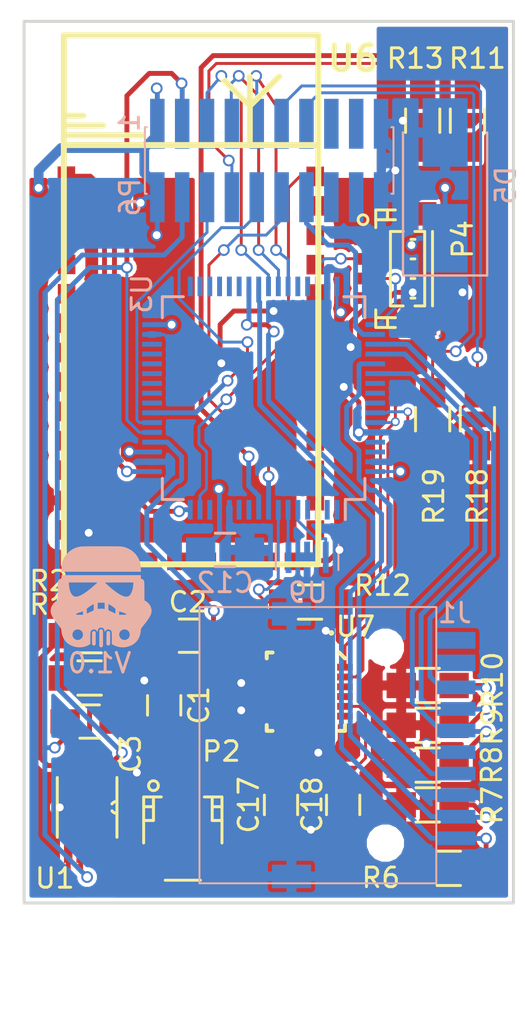
<source format=kicad_pcb>
(kicad_pcb (version 4) (host pcbnew 4.0.4-stable)
  (layers (0 F.Cu signal) (31 B.Cu signal) (34 B.Paste user) (35 F.Paste user) (36 B.SilkS user) (37 F.SilkS user) (38 B.Mask user) (39 F.Mask user) (44 Edge.Cuts user))
  (net 0 "")
  (net 1 "Net-(C1-Pad1)")
  (net 2 GNDD)
  (net 3 "Net-(C2-Pad1)")
  (net 4 AUDIO)
  (net 5 AUDIO_5V)
  (net 6 VDD)
  (net 7 "Net-(C17-Pad1)")
  (net 8 "Net-(C18-Pad1)")
  (net 9 "Net-(P2-Pad1)")
  (net 10 "Net-(P2-Pad2)")
  (net 11 "Net-(P4-Pad2)")
  (net 12 "Net-(P4-Pad3)")
  (net 13 AUDIO_EN_T)
  (net 14 BTN_T)
  (net 15 LED_PWM_R_T)
  (net 16 USB_5V_T)
  (net 17 LED_PWM_G_T)
  (net 18 PWR_LATCH_T)
  (net 19 LED_PWM_B_T)
  (net 20 CHG_CUR_T)
  (net 21 I2C1_SCL_T)
  (net 22 CHG_PWM_T)
  (net 23 I2C1_SDA_T)
  (net 24 "Net-(P6-Pad15)")
  (net 25 "Net-(P6-Pad16)")
  (net 26 "Net-(P6-Pad17)")
  (net 27 "Net-(P6-Pad18)")
  (net 28 "Net-(R1-Pad1)")
  (net 29 "Net-(R2-Pad1)")
  (net 30 "Net-(R11-Pad1)")
  (net 31 "Net-(R12-Pad2)")
  (net 32 "Net-(U1-Pad2)")
  (net 33 "Net-(U3-Pad1)")
  (net 34 "Net-(U3-Pad5)")
  (net 35 "Net-(U3-Pad6)")
  (net 36 "Net-(U3-Pad10)")
  (net 37 "Net-(U3-Pad11)")
  (net 38 "Net-(U3-Pad14)")
  (net 39 "Net-(U3-Pad15)")
  (net 40 "Net-(U3-Pad16)")
  (net 41 "Net-(U3-Pad17)")
  (net 42 "Net-(U3-Pad24)")
  (net 43 "Net-(U3-Pad25)")
  (net 44 "Net-(U3-Pad26)")
  (net 45 "Net-(U3-Pad27)")
  (net 46 "Net-(U3-Pad28)")
  (net 47 "Net-(U3-Pad29)")
  (net 48 "Net-(U3-Pad30)")
  (net 49 "Net-(U3-Pad33)")
  (net 50 "Net-(U3-Pad34)")
  (net 51 "Net-(U3-Pad35)")
  (net 52 "Net-(U3-Pad36)")
  (net 53 "Net-(U3-Pad37)")
  (net 54 "Net-(U3-Pad38)")
  (net 55 "Net-(U3-Pad44)")
  (net 56 "Net-(U3-Pad45)")
  (net 57 "Net-(U3-Pad55)")
  (net 58 "Net-(U3-Pad56)")
  (net 59 "Net-(U3-Pad57)")
  (net 60 "Net-(U3-Pad61)")
  (net 61 "Net-(U3-Pad62)")
  (net 62 "Net-(U6-Pad23)")
  (net 63 "Net-(U6-Pad24)")
  (net 64 "Net-(U6-Pad25)")
  (net 65 "Net-(U6-Pad26)")
  (net 66 "Net-(U6-Pad27)")
  (net 67 "Net-(U6-Pad28)")
  (net 68 "Net-(U6-Pad29)")
  (net 69 "Net-(U6-Pad30)")
  (net 70 "Net-(U6-Pad31)")
  (net 71 "Net-(U6-Pad32)")
  (net 72 "Net-(U6-Pad33)")
  (net 73 "Net-(U6-Pad3)")
  (net 74 "Net-(U6-Pad4)")
  (net 75 "Net-(U6-Pad5)")
  (net 76 "Net-(U6-Pad6)")
  (net 77 "Net-(U6-Pad7)")
  (net 78 "Net-(U6-Pad8)")
  (net 79 "Net-(U6-Pad9)")
  (net 80 "Net-(U6-Pad10)")
  (net 81 "Net-(U6-Pad11)")
  (net 82 "Net-(U6-Pad15)")
  (net 83 "Net-(U6-Pad16)")
  (net 84 "Net-(U6-Pad17)")
  (net 85 "Net-(U6-Pad19)")
  (net 86 "Net-(U6-Pad20)")
  (net 87 "Net-(U7-Pad6)")
  (net 88 "Net-(U7-Pad7)")
  (net 89 "Net-(U7-Pad12)")
  (net 90 "Net-(U7-Pad19)")
  (net 91 "Net-(U7-Pad21)")
  (net 92 "Net-(U7-Pad22)")
  (net 93 "Net-(U7-Pad25)")
  (net 94 /DAT1)
  (net 95 /DAT0)
  (net 96 /CK)
  (net 97 /CMD)
  (net 98 /DAT3)
  (net 99 /DAT2)
  (net 100 "Net-(J1-Pad9)")
  (net 101 "Net-(J1-Pad10)")
  (net 102 "Net-(U3-Pad2)")
  (net 103 "Net-(U3-Pad3)")
  (net 104 "Net-(U3-Pad4)")
  (module Resistors_SMD:R_0805_HandSoldering (layer F.Cu) (at 128.651 57.912 90)
    (fp_text reference R19 (at -3.937 0.0635 90) (layer F.SilkS))
    (fp_text value 10K)
    (pad 1 smd rect (at -1.35 0 90) (size 1.5 1.3) (layers F.Cu F.Paste F.Mask) (net 6 VDD))
    (pad 2 smd rect (at 1.35 0 90) (size 1.5 1.3) (layers F.Cu F.Paste F.Mask) (net 23 I2C1_SDA_T))
  )
  (module kicad2:JST_SH_BM04B-SRSS-TB_04x1.00mm_Straight (layer F.Cu) (at 126.6825 50.2285 270)
    (fp_text reference P4 (at -1.5 -3.5 270) (layer F.SilkS))
    (fp_text value STLINK)
    (pad 1 smd rect (at -1.5 1.2625 270) (size 0.6 1.55) (layers F.Cu F.Paste F.Mask) (net 6 VDD))
    (pad 2 smd rect (at -0.5 1.2625 270) (size 0.6 1.55) (layers F.Cu F.Paste F.Mask) (net 11 "Net-(P4-Pad2)"))
    (pad 3 smd rect (at 0.5 1.2625 270) (size 0.6 1.55) (layers F.Cu F.Paste F.Mask) (net 12 "Net-(P4-Pad3)"))
    (pad 4 smd rect (at 1.5 1.2625 270) (size 0.6 1.55) (layers F.Cu F.Paste F.Mask) (net 2 GNDD))
    (pad "" smd rect (at -2.8 -1.2625 270) (size 1.2 1.8) (layers F.Cu F.Paste F.Mask))
    (pad "" smd rect (at 2.8 -1.2625 270) (size 1.2 1.8) (layers F.Cu F.Paste F.Mask))
  )
  (module Resistors_SMD:R_0805_HandSoldering (layer F.Cu) (at 130.429 42.672 90)
    (fp_text reference R11 (at 3.175 0.508 180) (layer F.SilkS))
    (fp_text value 47K)
    (pad 1 smd rect (at -1.35 0 90) (size 1.5 1.3) (layers F.Cu F.Paste F.Mask) (net 30 "Net-(R11-Pad1)"))
    (pad 2 smd rect (at 1.35 0 90) (size 1.5 1.3) (layers F.Cu F.Paste F.Mask) (net 16 USB_5V_T))
  )
  (module Resistors_SMD:R_0805_HandSoldering (layer F.Cu) (at 128.143 42.672 90)
    (fp_text reference R13 (at 3.175 -0.381 180) (layer F.SilkS))
    (fp_text value 47K)
    (pad 1 smd rect (at -1.35 0 90) (size 1.5 1.3) (layers F.Cu F.Paste F.Mask) (net 30 "Net-(R11-Pad1)"))
    (pad 2 smd rect (at 1.35 0 90) (size 1.5 1.3) (layers F.Cu F.Paste F.Mask) (net 2 GNDD))
  )
  (module Resistors_SMD:R_0805_HandSoldering (layer F.Cu) (at 130.937 57.912 270)
    (fp_text reference R18 (at 3.937 0 270) (layer F.SilkS))
    (fp_text value 10K)
    (pad 1 smd rect (at -1.35 0 270) (size 1.5 1.3) (layers F.Cu F.Paste F.Mask) (net 21 I2C1_SCL_T))
    (pad 2 smd rect (at 1.35 0 270) (size 1.5 1.3) (layers F.Cu F.Paste F.Mask) (net 6 VDD))
  )
  (module kicad2:HC-05 (layer F.Cu) (at 122.809 38.4175)
    (fp_text reference U6 (at 1.778 1.0795) (layer F.SilkS) (effects (font (size 1.27 1.27) (thickness 0.254))))
    (fp_text value HC-05)
    (pad 22 smd rect (at -0.1524 25.15362) (size 0.89916 1.00076) (layers F.Cu F.Paste F.Mask) (net 2 GNDD))
    (pad 23 smd rect (at -0.1524 23.65248) (size 0.89916 1.00076) (layers F.Cu F.Paste F.Mask) (net 62 "Net-(U6-Pad23)"))
    (pad 24 smd rect (at -0.1524 22.10308) (size 0.89916 1.00076) (layers F.Cu F.Paste F.Mask) (net 63 "Net-(U6-Pad24)"))
    (pad 25 smd rect (at -0.1524 20.60194) (size 0.89916 1.00076) (layers F.Cu F.Paste F.Mask) (net 64 "Net-(U6-Pad25)"))
    (pad 26 smd rect (at -0.1524 19.10334) (size 0.89916 1.00076) (layers F.Cu F.Paste F.Mask) (net 65 "Net-(U6-Pad26)"))
    (pad 27 smd rect (at -0.1524 17.6022) (size 0.89916 1.00076) (layers F.Cu F.Paste F.Mask) (net 66 "Net-(U6-Pad27)"))
    (pad 28 smd rect (at -0.1524 16.1036) (size 0.89916 1.00076) (layers F.Cu F.Paste F.Mask) (net 67 "Net-(U6-Pad28)"))
    (pad 29 smd rect (at -0.1524 14.60246) (size 0.89916 1.00076) (layers F.Cu F.Paste F.Mask) (net 68 "Net-(U6-Pad29)"))
    (pad 30 smd rect (at -0.1524 13.10386) (size 0.89916 1.00076) (layers F.Cu F.Paste F.Mask) (net 69 "Net-(U6-Pad30)"))
    (pad 31 smd rect (at -0.1524 11.60272) (size 0.89916 1.00076) (layers F.Cu F.Paste F.Mask) (net 70 "Net-(U6-Pad31)"))
    (pad 32 smd rect (at -0.1524 10.10158) (size 0.89916 1.00076) (layers F.Cu F.Paste F.Mask) (net 71 "Net-(U6-Pad32)"))
    (pad 33 smd rect (at -0.1524 8.60298) (size 0.89916 1.00076) (layers F.Cu F.Paste F.Mask) (net 72 "Net-(U6-Pad33)"))
    (pad 34 smd rect (at -0.15748 7.0993) (size 0.89916 1.00076) (layers F.Cu F.Paste F.Mask) (net 39 "Net-(U3-Pad15)"))
    (pad 1 smd rect (at -12.87018 7.08914) (size 0.89916 1.00076) (layers F.Cu F.Paste F.Mask) (net 41 "Net-(U3-Pad17)"))
    (pad 2 smd rect (at -12.86002 8.59028) (size 0.89916 1.00076) (layers F.Cu F.Paste F.Mask) (net 40 "Net-(U3-Pad16)"))
    (pad 3 smd rect (at -12.86002 10.08888) (size 0.89916 1.00076) (layers F.Cu F.Paste F.Mask) (net 73 "Net-(U6-Pad3)"))
    (pad 4 smd rect (at -12.86002 11.59002) (size 0.89916 1.00076) (layers F.Cu F.Paste F.Mask) (net 74 "Net-(U6-Pad4)"))
    (pad 5 smd rect (at -12.86002 13.09116) (size 0.89916 1.00076) (layers F.Cu F.Paste F.Mask) (net 75 "Net-(U6-Pad5)"))
    (pad 6 smd rect (at -12.86002 14.58976) (size 0.89916 1.00076) (layers F.Cu F.Paste F.Mask) (net 76 "Net-(U6-Pad6)"))
    (pad 7 smd rect (at -12.86002 16.0909) (size 0.89916 1.00076) (layers F.Cu F.Paste F.Mask) (net 77 "Net-(U6-Pad7)"))
    (pad 8 smd rect (at -12.86002 17.5895) (size 0.89916 1.00076) (layers F.Cu F.Paste F.Mask) (net 78 "Net-(U6-Pad8)"))
    (pad 9 smd rect (at -12.86002 19.09064) (size 0.89916 1.00076) (layers F.Cu F.Paste F.Mask) (net 79 "Net-(U6-Pad9)"))
    (pad 10 smd rect (at -12.86002 20.58924) (size 0.89916 1.00076) (layers F.Cu F.Paste F.Mask) (net 80 "Net-(U6-Pad10)"))
    (pad 11 smd rect (at -12.86002 22.09038) (size 0.89916 1.00076) (layers F.Cu F.Paste F.Mask) (net 81 "Net-(U6-Pad11)"))
    (pad 12 smd rect (at -12.86002 23.63978) (size 0.89916 1.00076) (layers F.Cu F.Paste F.Mask) (net 6 VDD))
    (pad 13 smd rect (at -12.86002 25.14092) (size 0.89916 1.00076) (layers F.Cu F.Paste F.Mask) (net 2 GNDD))
    (pad 14 smd rect (at -11.72972 26.74874) (size 1.00076 0.89916) (layers F.Cu F.Paste F.Mask) (net 2 GNDD))
    (pad 15 smd rect (at -10.23112 26.74874) (size 1.00076 0.89916) (layers F.Cu F.Paste F.Mask) (net 82 "Net-(U6-Pad15)"))
    (pad 16 smd rect (at -8.71982 26.74874) (size 1.00076 0.89916) (layers F.Cu F.Paste F.Mask) (net 83 "Net-(U6-Pad16)"))
    (pad 17 smd rect (at -7.22122 26.74874) (size 1.00076 0.89916) (layers F.Cu F.Paste F.Mask) (net 84 "Net-(U6-Pad17)"))
    (pad 18 smd rect (at -5.72008 26.74874) (size 1.00076 0.89916) (layers F.Cu F.Paste F.Mask))
    (pad 19 smd rect (at -4.21894 26.74874) (size 1.00076 0.89916) (layers F.Cu F.Paste F.Mask) (net 85 "Net-(U6-Pad19)"))
    (pad 20 smd rect (at -2.72034 26.74874) (size 1.00076 0.89916) (layers F.Cu F.Paste F.Mask) (net 86 "Net-(U6-Pad20)"))
    (pad 21 smd rect (at -1.2192 26.74874) (size 1.00076 0.89916) (layers F.Cu F.Paste F.Mask) (net 2 GNDD))
  )
  (module Resistors_SMD:R_0805_HandSoldering (layer F.Cu) (at 111.125 68.961)
    (fp_text reference R2 (at -2.0955 -2.794) (layer F.SilkS))
    (fp_text value 10K)
    (pad 1 smd rect (at -1.35 0) (size 1.5 1.3) (layers F.Cu F.Paste F.Mask) (net 29 "Net-(R2-Pad1)"))
    (pad 2 smd rect (at 1.35 0) (size 1.5 1.3) (layers F.Cu F.Paste F.Mask) (net 3 "Net-(C2-Pad1)"))
  )
  (module Capacitors_SMD:C_0805_HandSoldering (layer F.Cu) (at 116.205 68.961)
    (fp_text reference C2 (at -0.0635 -1.7145) (layer F.SilkS))
    (fp_text value 6.8nF)
    (pad 1 smd rect (at -1.25 0) (size 1.5 1.25) (layers F.Cu F.Paste F.Mask) (net 3 "Net-(C2-Pad1)"))
    (pad 2 smd rect (at 1.25 0) (size 1.5 1.25) (layers F.Cu F.Paste F.Mask) (net 4 AUDIO))
  )
  (module Resistors_SMD:R_0805_HandSoldering (layer F.Cu) (at 111.125 71.12)
    (fp_text reference R1 (at -2.0955 -3.7465) (layer F.SilkS))
    (fp_text value 150K)
    (pad 1 smd rect (at -1.35 0) (size 1.5 1.3) (layers F.Cu F.Paste F.Mask) (net 28 "Net-(R1-Pad1)"))
    (pad 2 smd rect (at 1.35 0) (size 1.5 1.3) (layers F.Cu F.Paste F.Mask) (net 1 "Net-(C1-Pad1)"))
  )
  (module kicad2:JST_SH_SM02B-SRSS-TB_02x1.00mm_Angled (layer F.Cu) (at 115.8875 78.8035)
    (fp_text reference P2 (at 1.9685 -3.937) (layer F.SilkS))
    (fp_text value SPEAKER)
    (pad 1 smd rect (at -0.5 -1.9375) (size 0.6 1.55) (layers F.Cu F.Paste F.Mask) (net 9 "Net-(P2-Pad1)"))
    (pad 2 smd rect (at 0.5 -1.9375) (size 0.6 1.55) (layers F.Cu F.Paste F.Mask) (net 10 "Net-(P2-Pad2)"))
    (pad "" smd rect (at -1.8 1.9375) (size 1.2 1.8) (layers F.Cu F.Paste F.Mask))
    (pad "" smd rect (at 1.8 1.9375) (size 1.2 1.8) (layers F.Cu F.Paste F.Mask))
  )
  (module Capacitors_SMD:C_0805_HandSoldering (layer F.Cu) (at 114.935 72.517 90)
    (fp_text reference C1 (at 0 1.778 90) (layer F.SilkS))
    (fp_text value 0.1uF)
    (pad 1 smd rect (at -1.25 0 90) (size 1.5 1.25) (layers F.Cu F.Paste F.Mask) (net 1 "Net-(C1-Pad1)"))
    (pad 2 smd rect (at 1.25 0 90) (size 1.5 1.25) (layers F.Cu F.Paste F.Mask) (net 2 GNDD))
  )
  (module Capacitors_SMD:C_0805_HandSoldering (layer F.Cu) (at 111.125 73.3425)
    (fp_text reference C3 (at 2.0955 1.651 90) (layer F.SilkS))
    (fp_text value 1uF)
    (pad 1 smd rect (at -1.25 0) (size 1.5 1.25) (layers F.Cu F.Paste F.Mask) (net 5 AUDIO_5V))
    (pad 2 smd rect (at 1.25 0) (size 1.5 1.25) (layers F.Cu F.Paste F.Mask) (net 2 GNDD))
  )
  (module TPA2005D1DGN:SOP65P488X107-9N (layer F.Cu) (at 110.998 77.724 270)
    (fp_text reference U1 (at 3.6195 1.651 360) (layer F.SilkS))
    (fp_text value TPA2005D1DGN)
    (pad 1 smd rect (at -2.1336 -0.9652 270) (size 1.397 0.4318) (layers F.Cu F.Paste F.Mask) (net 13 AUDIO_EN_T))
    (pad 2 smd rect (at -2.1336 -0.3302 270) (size 1.397 0.4318) (layers F.Cu F.Paste F.Mask) (net 32 "Net-(U1-Pad2)"))
    (pad 3 smd rect (at -2.1336 0.3302 270) (size 1.397 0.4318) (layers F.Cu F.Paste F.Mask) (net 28 "Net-(R1-Pad1)"))
    (pad 4 smd rect (at -2.1336 0.9652 270) (size 1.397 0.4318) (layers F.Cu F.Paste F.Mask) (net 29 "Net-(R2-Pad1)"))
    (pad 5 smd rect (at 2.1336 0.9652 270) (size 1.397 0.4318) (layers F.Cu F.Paste F.Mask) (net 9 "Net-(P2-Pad1)"))
    (pad 6 smd rect (at 2.1336 0.3302 270) (size 1.397 0.4318) (layers F.Cu F.Paste F.Mask) (net 5 AUDIO_5V))
    (pad 7 smd rect (at 2.1336 -0.3302 270) (size 1.397 0.4318) (layers F.Cu F.Paste F.Mask) (net 2 GNDD))
    (pad 8 smd rect (at 2.1336 -0.9652 270) (size 1.397 0.4318) (layers F.Cu F.Paste F.Mask) (net 10 "Net-(P2-Pad2)"))
    (pad 9 smd rect (at 0 0 270) (size 1.5748 1.8796) (layers F.Cu F.Paste F.Mask) (net 2 GNDD))
  )
  (module Resistors_SMD:R_0805_HandSoldering (layer F.Cu) (at 128.397 77.597)
    (fp_text reference R7 (at 3.29692 0.01524 270) (layer F.SilkS))
    (fp_text value 47K)
    (pad 1 smd rect (at -1.35 0) (size 1.5 1.3) (layers F.Cu F.Paste F.Mask) (net 6 VDD))
    (pad 2 smd rect (at 1.35 0) (size 1.5 1.3) (layers F.Cu F.Paste F.Mask) (net 95 /DAT0))
  )
  (module Capacitors_SMD:C_0805_HandSoldering (layer F.Cu) (at 124.079 77.597 270)
    (fp_text reference C18 (at 0 1.5875 270) (layer F.SilkS))
    (fp_text value 2.2nF)
    (pad 1 smd rect (at -1.25 0 270) (size 1.5 1.25) (layers F.Cu F.Paste F.Mask) (net 8 "Net-(C18-Pad1)"))
    (pad 2 smd rect (at 1.25 0 270) (size 1.5 1.25) (layers F.Cu F.Paste F.Mask) (net 2 GNDD))
  )
  (module Resistors_SMD:R_0805_HandSoldering (layer F.Cu) (at 129.4765 80.8355)
    (fp_text reference R6 (at -3.4671 0.48006) (layer F.SilkS))
    (fp_text value 47K)
    (pad 1 smd rect (at -1.35 0) (size 1.5 1.3) (layers F.Cu F.Paste F.Mask) (net 6 VDD))
    (pad 2 smd rect (at 1.35 0) (size 1.5 1.3) (layers F.Cu F.Paste F.Mask) (net 94 /DAT1))
  )
  (module Resistors_SMD:R_0805_HandSoldering (layer F.Cu) (at 128.397 75.565)
    (fp_text reference R8 (at 3.2766 0 90) (layer F.SilkS))
    (fp_text value 47K)
    (pad 1 smd rect (at -1.35 0) (size 1.5 1.3) (layers F.Cu F.Paste F.Mask) (net 6 VDD))
    (pad 2 smd rect (at 1.35 0) (size 1.5 1.3) (layers F.Cu F.Paste F.Mask) (net 97 /CMD))
  )
  (module Resistors_SMD:R_0805_HandSoldering (layer F.Cu) (at 128.397 73.533)
    (fp_text reference R9 (at 3.29692 0.06096 90) (layer F.SilkS))
    (fp_text value 47K)
    (pad 1 smd rect (at -1.35 0) (size 1.5 1.3) (layers F.Cu F.Paste F.Mask) (net 6 VDD))
    (pad 2 smd rect (at 1.35 0) (size 1.5 1.3) (layers F.Cu F.Paste F.Mask) (net 98 /DAT3))
  )
  (module Capacitors_SMD:C_0805_HandSoldering (layer F.Cu) (at 120.904 77.597 270)
    (fp_text reference C17 (at 0 1.651 270) (layer F.SilkS))
    (fp_text value 0.1uF)
    (pad 1 smd rect (at -1.25 0 270) (size 1.5 1.25) (layers F.Cu F.Paste F.Mask) (net 7 "Net-(C17-Pad1)"))
    (pad 2 smd rect (at 1.25 0 270) (size 1.5 1.25) (layers F.Cu F.Paste F.Mask) (net 2 GNDD))
  )
  (module Resistors_SMD:R_0805_HandSoldering (layer F.Cu) (at 128.397 71.501)
    (fp_text reference R10 (at 3.31724 -0.26416 90) (layer F.SilkS))
    (fp_text value 47K)
    (pad 1 smd rect (at -1.35 0) (size 1.5 1.3) (layers F.Cu F.Paste F.Mask) (net 6 VDD))
    (pad 2 smd rect (at 1.35 0) (size 1.5 1.3) (layers F.Cu F.Paste F.Mask) (net 99 /DAT2))
  )
  (module Resistors_SMD:R_0805_HandSoldering (layer F.Cu) (at 122.38736 67.24396 180)
    (fp_text reference R12 (at -3.70204 0.84328 180) (layer F.SilkS))
    (fp_text value 10K)
    (pad 1 smd rect (at -1.35 0 180) (size 1.5 1.3) (layers F.Cu F.Paste F.Mask) (net 6 VDD))
    (pad 2 smd rect (at 1.35 0 180) (size 1.5 1.3) (layers F.Cu F.Paste F.Mask) (net 31 "Net-(R12-Pad2)"))
  )
  (module kicad2:QFN50P400X400X95-25N (layer F.Cu) (at 122.174 71.8185 270)
    (fp_text reference U7 (at -3.32486 -2.54 360) (layer F.SilkS))
    (fp_text value MPU-6050)
    (pad 1 smd rect (at -2 -1.25 270) (size 0.8 0.35) (layers F.Cu F.Paste F.Mask) (net 2 GNDD))
    (pad 2 smd rect (at -2 -0.75 270) (size 0.8 0.35) (layers F.Cu F.Paste F.Mask))
    (pad 3 smd rect (at -2 -0.25 270) (size 0.8 0.35) (layers F.Cu F.Paste F.Mask))
    (pad 4 smd rect (at -2 0.25 270) (size 0.8 0.35) (layers F.Cu F.Paste F.Mask))
    (pad 5 smd rect (at -2 0.75 270) (size 0.8 0.35) (layers F.Cu F.Paste F.Mask))
    (pad 6 smd rect (at -2 1.25 270) (size 0.8 0.35) (layers F.Cu F.Paste F.Mask) (net 87 "Net-(U7-Pad6)"))
    (pad 7 smd rect (at -1.25 2) (size 0.8 0.35) (layers F.Cu F.Paste F.Mask) (net 88 "Net-(U7-Pad7)"))
    (pad 8 smd rect (at -0.75 2) (size 0.8 0.35) (layers F.Cu F.Paste F.Mask) (net 6 VDD))
    (pad 9 smd rect (at -0.25 2) (size 0.8 0.35) (layers F.Cu F.Paste F.Mask) (net 2 GNDD))
    (pad 10 smd rect (at 0.25 2) (size 0.8 0.35) (layers F.Cu F.Paste F.Mask) (net 7 "Net-(C17-Pad1)"))
    (pad 11 smd rect (at 0.75 2) (size 0.8 0.35) (layers F.Cu F.Paste F.Mask) (net 2 GNDD))
    (pad 12 smd rect (at 1.25 2) (size 0.8 0.35) (layers F.Cu F.Paste F.Mask) (net 89 "Net-(U7-Pad12)"))
    (pad 13 smd rect (at 2 1.25 90) (size 0.8 0.35) (layers F.Cu F.Paste F.Mask) (net 6 VDD))
    (pad 14 smd rect (at 2 0.75 90) (size 0.8 0.35) (layers F.Cu F.Paste F.Mask))
    (pad 15 smd rect (at 2 0.25 90) (size 0.8 0.35) (layers F.Cu F.Paste F.Mask))
    (pad 16 smd rect (at 2 -0.25 90) (size 0.8 0.35) (layers F.Cu F.Paste F.Mask))
    (pad 17 smd rect (at 2 -0.75 90) (size 0.8 0.35) (layers F.Cu F.Paste F.Mask))
    (pad 18 smd rect (at 2 -1.25 90) (size 0.8 0.35) (layers F.Cu F.Paste F.Mask) (net 2 GNDD))
    (pad 19 smd rect (at 1.25 -2 180) (size 0.8 0.35) (layers F.Cu F.Paste F.Mask) (net 90 "Net-(U7-Pad19)"))
    (pad 20 smd rect (at 0.75 -2 180) (size 0.8 0.35) (layers F.Cu F.Paste F.Mask) (net 8 "Net-(C18-Pad1)"))
    (pad 21 smd rect (at 0.25 -2 180) (size 0.8 0.35) (layers F.Cu F.Paste F.Mask) (net 91 "Net-(U7-Pad21)"))
    (pad 22 smd rect (at -0.25 -2 180) (size 0.8 0.35) (layers F.Cu F.Paste F.Mask) (net 92 "Net-(U7-Pad22)"))
    (pad 23 smd rect (at -0.75 -2 180) (size 0.8 0.35) (layers F.Cu F.Paste F.Mask) (net 21 I2C1_SCL_T))
    (pad 24 smd rect (at -1.25 -2 180) (size 0.8 0.35) (layers F.Cu F.Paste F.Mask) (net 23 I2C1_SDA_T))
    (pad 25 smd rect (at 0 0 270) (size 2.65 2.65) (layers F.Cu F.Paste F.Mask) (net 93 "Net-(U7-Pad25)"))
  )
  (module kicad2:stormtrooper (layer B.Cu) (at 111.6965 66.9925 180)
    (fp_text reference G*** hide)
    (fp_text value LOGO hide)
  )
  (module Capacitors_SMD:C_0805_HandSoldering (layer B.Cu) (at 118.0465 64.5795)
    (fp_text reference C12 (at -0.00254 1.67894) (layer B.SilkS) (effects (justify mirror)))
    (fp_text value 0.1uF)
    (pad 1 smd rect (at -1.25 0) (size 1.5 1.25) (layers B.Cu B.Paste B.Mask) (net 6 VDD))
    (pad 2 smd rect (at 1.25 0) (size 1.5 1.25) (layers B.Cu B.Paste B.Mask) (net 2 GNDD))
  )
  (module kicad2:PIN_HEADER_2x10_SMD_MALE (layer B.Cu) (at 120.3 44.704)
    (fp_text reference P6 (at -7.112 1.8796 270) (layer B.SilkS) (effects (justify mirror)))
    (fp_text value CONN_02X10)
    (fp_text user 1 (at -7.1374 -1.9304 90) (layer B.SilkS) (effects (justify mirror)))
    (pad 2 smd rect (at -5.715 -1.875) (size 0.74 2.55) (layers B.Cu B.Paste B.Mask) (net 6 VDD))
    (pad 1 smd rect (at -5.715 1.875) (size 0.74 2.55) (layers B.Cu B.Paste B.Mask) (net 6 VDD))
    (pad 4 smd rect (at -4.445 -1.875) (size 0.74 2.55) (layers B.Cu B.Paste B.Mask) (net 13 AUDIO_EN_T))
    (pad 3 smd rect (at -4.445 1.875) (size 0.74 2.55) (layers B.Cu B.Paste B.Mask) (net 5 AUDIO_5V))
    (pad 6 smd rect (at -3.175 -1.875) (size 0.74 2.55) (layers B.Cu B.Paste B.Mask) (net 15 LED_PWM_R_T))
    (pad 5 smd rect (at -3.175 1.875) (size 0.74 2.55) (layers B.Cu B.Paste B.Mask) (net 14 BTN_T))
    (pad 8 smd rect (at -1.905 -1.875) (size 0.74 2.55) (layers B.Cu B.Paste B.Mask) (net 17 LED_PWM_G_T))
    (pad 7 smd rect (at -1.905 1.875) (size 0.74 2.55) (layers B.Cu B.Paste B.Mask) (net 16 USB_5V_T))
    (pad 10 smd rect (at -0.635 -1.875) (size 0.74 2.55) (layers B.Cu B.Paste B.Mask) (net 19 LED_PWM_B_T))
    (pad 9 smd rect (at -0.635 1.875) (size 0.74 2.55) (layers B.Cu B.Paste B.Mask) (net 18 PWR_LATCH_T))
    (pad 12 smd rect (at 0.635 -1.875) (size 0.74 2.55) (layers B.Cu B.Paste B.Mask) (net 21 I2C1_SCL_T))
    (pad 11 smd rect (at 0.635 1.875) (size 0.74 2.55) (layers B.Cu B.Paste B.Mask) (net 20 CHG_CUR_T))
    (pad 14 smd rect (at 1.905 -1.875) (size 0.74 2.55) (layers B.Cu B.Paste B.Mask) (net 23 I2C1_SDA_T))
    (pad 13 smd rect (at 1.905 1.875) (size 0.74 2.55) (layers B.Cu B.Paste B.Mask) (net 22 CHG_PWM_T))
    (pad 16 smd rect (at 3.175 -1.875) (size 0.74 2.55) (layers B.Cu B.Paste B.Mask) (net 25 "Net-(P6-Pad16)"))
    (pad 15 smd rect (at 3.175 1.875) (size 0.74 2.55) (layers B.Cu B.Paste B.Mask) (net 24 "Net-(P6-Pad15)"))
    (pad 18 smd rect (at 4.445 -1.875) (size 0.74 2.55) (layers B.Cu B.Paste B.Mask) (net 27 "Net-(P6-Pad18)"))
    (pad 17 smd rect (at 4.445 1.875) (size 0.74 2.55) (layers B.Cu B.Paste B.Mask) (net 26 "Net-(P6-Pad17)"))
    (pad 20 smd rect (at 5.715 -1.875) (size 0.74 2.55) (layers B.Cu B.Paste B.Mask) (net 2 GNDD))
    (pad 19 smd rect (at 5.715 1.875) (size 0.74 2.55) (layers B.Cu B.Paste B.Mask) (net 2 GNDD))
  )
  (module kicad2:SD_CARD-112l-TXAO-R (layer B.Cu) (at 126.238 74.549 90)
    (fp_text reference J1 (at 6.75132 3.54076 360) (layer B.SilkS) (effects (justify mirror)))
    (fp_text value MICROSD)
    (pad 8 smd rect (at -4.75 3.6 90) (size 0.7 2) (layers B.Cu B.Paste B.Mask) (net 94 /DAT1))
    (pad 7 smd rect (at -3.65 3.6 90) (size 0.7 2) (layers B.Cu B.Paste B.Mask) (net 95 /DAT0))
    (pad 6 smd rect (at -2.55 3.6 90) (size 0.7 2) (layers B.Cu B.Paste B.Mask) (net 2 GNDD))
    (pad 5 smd rect (at -1.45 3.6 90) (size 0.7 2) (layers B.Cu B.Paste B.Mask) (net 96 /CK))
    (pad 4 smd rect (at -0.35 3.6 90) (size 0.7 2) (layers B.Cu B.Paste B.Mask) (net 6 VDD))
    (pad 3 smd rect (at 0.75 3.6 90) (size 0.7 2) (layers B.Cu B.Paste B.Mask) (net 97 /CMD))
    (pad 2 smd rect (at 1.85 3.6 90) (size 0.7 2) (layers B.Cu B.Paste B.Mask) (net 98 /DAT3))
    (pad 1 smd rect (at 2.95 3.6 90) (size 0.7 2) (layers B.Cu B.Paste B.Mask) (net 99 /DAT2))
    (pad 9 smd rect (at 4.2 3.6 90) (size 0.85 2) (layers B.Cu B.Paste B.Mask) (net 100 "Net-(J1-Pad9)"))
    (pad 10 smd rect (at 5.35 3.6 90) (size 0.85 2) (layers B.Cu B.Paste B.Mask) (net 101 "Net-(J1-Pad10)"))
    (pad "" np_thru_hole circle (at -5 0 90) (size 1.5 1.5) (drill 1.5) (layers *.Cu *.Mask))
    (pad "" np_thru_hole circle (at 5 0 90) (size 1.5 1.5) (drill 1.5) (layers *.Cu *.Mask))
    (pad 11 smd rect (at -6.7 -4.8 90) (size 1.2 2) (layers B.Cu B.Paste B.Mask) (net 2 GNDD))
    (pad 11 smd rect (at 6.7 -4.8 90) (size 1.2 2) (layers B.Cu B.Paste B.Mask) (net 2 GNDD))
  )
  (module kicad2:Murata_CSTCE (layer B.Cu) (at 122.2375 64.9605 180)
    (fp_text reference U9 (at -0.04318 -1.80086 180) (layer B.SilkS) (effects (justify mirror)))
    (fp_text value Crystal_3PIN)
    (pad 1 smd rect (at -0.95 0 180) (size 0.3 1.6) (layers B.Cu B.Paste B.Mask) (net 34 "Net-(U3-Pad5)"))
    (pad 2 smd rect (at 0 0 180) (size 0.3 1.6) (layers B.Cu B.Paste B.Mask) (net 2 GNDD))
    (pad 3 smd rect (at 0.95 0 180) (size 0.3 1.6) (layers B.Cu B.Paste B.Mask) (net 35 "Net-(U3-Pad6)"))
  )
  (module Diodes_SMD:D_SMB_Handsoldering (layer B.Cu) (at 129.286 45.974 90)
    (fp_text reference D5 (at 0 3.1 90) (layer B.SilkS) (effects (justify mirror)))
    (fp_text value "TVS 3.3V")
    (pad 1 smd rect (at -2.7 0 90) (size 3.5 2.3) (layers B.Cu B.Paste B.Mask) (net 6 VDD))
    (pad 2 smd rect (at 2.7 0 90) (size 3.5 2.3) (layers B.Cu B.Paste B.Mask) (net 2 GNDD))
  )
  (module Housings_QFP:LQFP-64_10x10mm_Pitch0.5mm (layer B.Cu) (at 120.015 56.8325 90)
    (fp_text reference U3 (at 5.3213 -6.223 90) (layer B.SilkS) (effects (justify mirror)))
    (fp_text value STM32F103RCTx)
    (pad 1 smd rect (at -5.7 3.75 90) (size 1 0.25) (layers B.Cu B.Paste B.Mask) (net 33 "Net-(U3-Pad1)"))
    (pad 2 smd rect (at -5.7 3.25 90) (size 1 0.25) (layers B.Cu B.Paste B.Mask) (net 102 "Net-(U3-Pad2)"))
    (pad 3 smd rect (at -5.7 2.75 90) (size 1 0.25) (layers B.Cu B.Paste B.Mask) (net 103 "Net-(U3-Pad3)"))
    (pad 4 smd rect (at -5.7 2.25 90) (size 1 0.25) (layers B.Cu B.Paste B.Mask) (net 104 "Net-(U3-Pad4)"))
    (pad 5 smd rect (at -5.7 1.75 90) (size 1 0.25) (layers B.Cu B.Paste B.Mask) (net 34 "Net-(U3-Pad5)"))
    (pad 6 smd rect (at -5.7 1.25 90) (size 1 0.25) (layers B.Cu B.Paste B.Mask) (net 35 "Net-(U3-Pad6)"))
    (pad 7 smd rect (at -5.7 0.75 90) (size 1 0.25) (layers B.Cu B.Paste B.Mask) (net 31 "Net-(R12-Pad2)"))
    (pad 8 smd rect (at -5.7 0.25 90) (size 1 0.25) (layers B.Cu B.Paste B.Mask) (net 20 CHG_CUR_T))
    (pad 9 smd rect (at -5.7 -0.25 90) (size 1 0.25) (layers B.Cu B.Paste B.Mask) (net 30 "Net-(R11-Pad1)"))
    (pad 10 smd rect (at -5.7 -0.75 90) (size 1 0.25) (layers B.Cu B.Paste B.Mask) (net 36 "Net-(U3-Pad10)"))
    (pad 11 smd rect (at -5.7 -1.25 90) (size 1 0.25) (layers B.Cu B.Paste B.Mask) (net 37 "Net-(U3-Pad11)"))
    (pad 12 smd rect (at -5.7 -1.75 90) (size 1 0.25) (layers B.Cu B.Paste B.Mask) (net 2 GNDD))
    (pad 13 smd rect (at -5.7 -2.25 90) (size 1 0.25) (layers B.Cu B.Paste B.Mask) (net 6 VDD))
    (pad 14 smd rect (at -5.7 -2.75 90) (size 1 0.25) (layers B.Cu B.Paste B.Mask) (net 38 "Net-(U3-Pad14)"))
    (pad 15 smd rect (at -5.7 -3.25 90) (size 1 0.25) (layers B.Cu B.Paste B.Mask) (net 39 "Net-(U3-Pad15)"))
    (pad 16 smd rect (at -5.7 -3.75 90) (size 1 0.25) (layers B.Cu B.Paste B.Mask) (net 40 "Net-(U3-Pad16)"))
    (pad 17 smd rect (at -3.75 -5.7) (size 1 0.25) (layers B.Cu B.Paste B.Mask) (net 41 "Net-(U3-Pad17)"))
    (pad 18 smd rect (at -3.25 -5.7) (size 1 0.25) (layers B.Cu B.Paste B.Mask) (net 2 GNDD))
    (pad 19 smd rect (at -2.75 -5.7) (size 1 0.25) (layers B.Cu B.Paste B.Mask) (net 6 VDD))
    (pad 20 smd rect (at -2.25 -5.7) (size 1 0.25) (layers B.Cu B.Paste B.Mask) (net 4 AUDIO))
    (pad 21 smd rect (at -1.75 -5.7) (size 1 0.25) (layers B.Cu B.Paste B.Mask) (net 13 AUDIO_EN_T))
    (pad 22 smd rect (at -1.25 -5.7) (size 1 0.25) (layers B.Cu B.Paste B.Mask) (net 14 BTN_T))
    (pad 23 smd rect (at -0.75 -5.7) (size 1 0.25) (layers B.Cu B.Paste B.Mask) (net 18 PWR_LATCH_T))
    (pad 24 smd rect (at -0.25 -5.7) (size 1 0.25) (layers B.Cu B.Paste B.Mask) (net 42 "Net-(U3-Pad24)"))
    (pad 25 smd rect (at 0.25 -5.7) (size 1 0.25) (layers B.Cu B.Paste B.Mask) (net 43 "Net-(U3-Pad25)"))
    (pad 26 smd rect (at 0.75 -5.7) (size 1 0.25) (layers B.Cu B.Paste B.Mask) (net 44 "Net-(U3-Pad26)"))
    (pad 27 smd rect (at 1.25 -5.7) (size 1 0.25) (layers B.Cu B.Paste B.Mask) (net 45 "Net-(U3-Pad27)"))
    (pad 28 smd rect (at 1.75 -5.7) (size 1 0.25) (layers B.Cu B.Paste B.Mask) (net 46 "Net-(U3-Pad28)"))
    (pad 29 smd rect (at 2.25 -5.7) (size 1 0.25) (layers B.Cu B.Paste B.Mask) (net 47 "Net-(U3-Pad29)"))
    (pad 30 smd rect (at 2.75 -5.7) (size 1 0.25) (layers B.Cu B.Paste B.Mask) (net 48 "Net-(U3-Pad30)"))
    (pad 31 smd rect (at 3.25 -5.7) (size 1 0.25) (layers B.Cu B.Paste B.Mask) (net 2 GNDD))
    (pad 32 smd rect (at 3.75 -5.7) (size 1 0.25) (layers B.Cu B.Paste B.Mask) (net 6 VDD))
    (pad 33 smd rect (at 5.7 -3.75 90) (size 1 0.25) (layers B.Cu B.Paste B.Mask) (net 49 "Net-(U3-Pad33)"))
    (pad 34 smd rect (at 5.7 -3.25 90) (size 1 0.25) (layers B.Cu B.Paste B.Mask) (net 50 "Net-(U3-Pad34)"))
    (pad 35 smd rect (at 5.7 -2.75 90) (size 1 0.25) (layers B.Cu B.Paste B.Mask) (net 51 "Net-(U3-Pad35)"))
    (pad 36 smd rect (at 5.7 -2.25 90) (size 1 0.25) (layers B.Cu B.Paste B.Mask) (net 52 "Net-(U3-Pad36)"))
    (pad 37 smd rect (at 5.7 -1.75 90) (size 1 0.25) (layers B.Cu B.Paste B.Mask) (net 53 "Net-(U3-Pad37)"))
    (pad 38 smd rect (at 5.7 -1.25 90) (size 1 0.25) (layers B.Cu B.Paste B.Mask) (net 54 "Net-(U3-Pad38)"))
    (pad 39 smd rect (at 5.7 -0.75 90) (size 1 0.25) (layers B.Cu B.Paste B.Mask) (net 95 /DAT0))
    (pad 40 smd rect (at 5.7 -0.25 90) (size 1 0.25) (layers B.Cu B.Paste B.Mask) (net 94 /DAT1))
    (pad 41 smd rect (at 5.7 0.25 90) (size 1 0.25) (layers B.Cu B.Paste B.Mask) (net 15 LED_PWM_R_T))
    (pad 42 smd rect (at 5.7 0.75 90) (size 1 0.25) (layers B.Cu B.Paste B.Mask) (net 17 LED_PWM_G_T))
    (pad 43 smd rect (at 5.7 1.25 90) (size 1 0.25) (layers B.Cu B.Paste B.Mask) (net 19 LED_PWM_B_T))
    (pad 44 smd rect (at 5.7 1.75 90) (size 1 0.25) (layers B.Cu B.Paste B.Mask) (net 55 "Net-(U3-Pad44)"))
    (pad 45 smd rect (at 5.7 2.25 90) (size 1 0.25) (layers B.Cu B.Paste B.Mask) (net 56 "Net-(U3-Pad45)"))
    (pad 46 smd rect (at 5.7 2.75 90) (size 1 0.25) (layers B.Cu B.Paste B.Mask) (net 11 "Net-(P4-Pad2)"))
    (pad 47 smd rect (at 5.7 3.25 90) (size 1 0.25) (layers B.Cu B.Paste B.Mask) (net 2 GNDD))
    (pad 48 smd rect (at 5.7 3.75 90) (size 1 0.25) (layers B.Cu B.Paste B.Mask) (net 6 VDD))
    (pad 49 smd rect (at 3.75 5.7) (size 1 0.25) (layers B.Cu B.Paste B.Mask) (net 12 "Net-(P4-Pad3)"))
    (pad 50 smd rect (at 3.25 5.7) (size 1 0.25) (layers B.Cu B.Paste B.Mask) (net 22 CHG_PWM_T))
    (pad 51 smd rect (at 2.75 5.7) (size 1 0.25) (layers B.Cu B.Paste B.Mask) (net 99 /DAT2))
    (pad 52 smd rect (at 2.25 5.7) (size 1 0.25) (layers B.Cu B.Paste B.Mask) (net 98 /DAT3))
    (pad 53 smd rect (at 1.75 5.7) (size 1 0.25) (layers B.Cu B.Paste B.Mask) (net 96 /CK))
    (pad 54 smd rect (at 1.25 5.7) (size 1 0.25) (layers B.Cu B.Paste B.Mask) (net 97 /CMD))
    (pad 55 smd rect (at 0.75 5.7) (size 1 0.25) (layers B.Cu B.Paste B.Mask) (net 57 "Net-(U3-Pad55)"))
    (pad 56 smd rect (at 0.25 5.7) (size 1 0.25) (layers B.Cu B.Paste B.Mask) (net 58 "Net-(U3-Pad56)"))
    (pad 57 smd rect (at -0.25 5.7) (size 1 0.25) (layers B.Cu B.Paste B.Mask) (net 59 "Net-(U3-Pad57)"))
    (pad 58 smd rect (at -0.75 5.7) (size 1 0.25) (layers B.Cu B.Paste B.Mask) (net 21 I2C1_SCL_T))
    (pad 59 smd rect (at -1.25 5.7) (size 1 0.25) (layers B.Cu B.Paste B.Mask) (net 23 I2C1_SDA_T))
    (pad 60 smd rect (at -1.75 5.7) (size 1 0.25) (layers B.Cu B.Paste B.Mask) (net 2 GNDD))
    (pad 61 smd rect (at -2.25 5.7) (size 1 0.25) (layers B.Cu B.Paste B.Mask) (net 60 "Net-(U3-Pad61)"))
    (pad 62 smd rect (at -2.75 5.7) (size 1 0.25) (layers B.Cu B.Paste B.Mask) (net 61 "Net-(U3-Pad62)"))
    (pad 63 smd rect (at -3.25 5.7) (size 1 0.25) (layers B.Cu B.Paste B.Mask) (net 2 GNDD))
    (pad 64 smd rect (at -3.75 5.7) (size 1 0.25) (layers B.Cu B.Paste B.Mask) (net 6 VDD))
  )
  (gr_line (start 107.7775 82.6035) (end 107.7775 37.6035) (angle 90) (layer Edge.Cuts) (width 0.15))
  (gr_line (start 107.7775 82.6035) (end 132.7775 82.6035) (angle 90) (layer Edge.Cuts) (width 0.15))
  (gr_line (start 132.7775 37.6035) (end 132.7775 82.6035) (angle 90) (layer Edge.Cuts) (width 0.15))
  (gr_line (start 107.7775 37.6035) (end 132.7775 37.6035) (angle 90) (layer Edge.Cuts) (width 0.15))
  (gr_text V1.0 (at 111.633 70.358) (layer B.SilkS) (effects (font (size 1 1)) (justify mirror)))
  (segment (start 129.032 53.6575) (end 129.044326 53.6575) (width 0.15) (layer B.Cu) (net 0))
  (segment (start 112.475 71.12) (end 112.903 71.12) (width 0.25) (layer F.Cu) (net 1))
  (segment (start 113.919 70.104) (end 115.824 70.104) (width 0.25) (layer F.Cu) (net 1))
  (segment (start 115.824 70.104) (end 116.205 70.485) (width 0.25) (layer F.Cu) (net 1))
  (segment (start 116.205 70.485) (end 116.205 72.497) (width 0.25) (layer F.Cu) (net 1))
  (segment (start 112.903 71.12) (end 113.919 70.104) (width 0.25) (layer F.Cu) (net 1))
  (segment (start 116.205 72.497) (end 114.935 73.767) (width 0.25) (layer F.Cu) (net 1))
  (via (at 124.881586 58.584892) (size 0.6) (drill 0.4) (layers F.Cu B.Cu) (net 2))
  (via (at 123.8885 64.5795) (size 0.6) (drill 0.4) (layers F.Cu B.Cu) (net 2))
  (via (at 123.19 68.707) (size 0.6) (drill 0.4) (layers F.Cu B.Cu) (net 2))
  (via (at 118.872 71.374) (size 0.6) (drill 0.4) (layers F.Cu B.Cu) (net 2))
  (via (at 111.07928 63.70828) (size 0.6) (drill 0.4) (layers F.Cu B.Cu) (net 2))
  (via (at 122.428 78.867) (size 0.6) (drill 0.4) (layers F.Cu B.Cu) (net 2))
  (via (at 122.809 74.93) (size 0.6) (drill 0.4) (layers F.Cu B.Cu) (net 2))
  (via (at 118.872 72.771) (size 0.6) (drill 0.4) (layers F.Cu B.Cu) (net 2))
  (via (at 113.919 71.247) (size 0.6) (drill 0.4) (layers F.Cu B.Cu) (net 2))
  (via (at 113.538 75.946) (size 0.6) (drill 0.4) (layers F.Cu B.Cu) (net 2))
  (via (at 120.523 52.3875) (size 0.6) (drill 0.4) (layers F.Cu B.Cu) (net 2))
  (via (at 117.856 55.0545) (size 0.6) (drill 0.4) (layers F.Cu B.Cu) (net 2))
  (via (at 126.746 45.212) (size 0.6) (drill 0.4) (layers F.Cu B.Cu) (net 2))
  (via (at 127.127 42.672) (size 0.6) (drill 0.4) (layers F.Cu B.Cu) (net 2))
  (via (at 124.46 54.229) (size 0.6) (drill 0.4) (layers F.Cu B.Cu) (net 2))
  (via (at 127.635 51.435) (size 0.6) (drill 0.4) (layers F.Cu B.Cu) (net 2))
  (via (at 130.175 51.435) (size 0.6) (drill 0.4) (layers F.Cu B.Cu) (net 2))
  (via (at 124.10948 56.261) (size 0.6) (drill 0.4) (layers F.Cu B.Cu) (net 2))
  (via (at 109.601 77.724) (size 0.6) (drill 0.4) (layers F.Cu B.Cu) (net 2))
  (segment (start 122.448 78.847) (end 122.428 78.867) (width 0.15) (layer F.Cu) (net 2))
  (segment (start 122.408 78.847) (end 120.904 78.847) (width 0.15) (layer F.Cu) (net 2))
  (segment (start 122.408 78.847) (end 122.428 78.867) (width 0.15) (layer F.Cu) (net 2))
  (segment (start 110.92942 63.55842) (end 111.07928 63.70828) (width 0.25) (layer F.Cu) (net 2))
  (segment (start 111.07928 63.754) (end 111.07928 65.16624) (width 0.25) (layer F.Cu) (net 2))
  (segment (start 109.94898 63.55842) (end 110.92942 63.55842) (width 0.25) (layer F.Cu) (net 2))
  (segment (start 111.07928 63.754) (end 111.07928 63.70828) (width 0.25) (layer F.Cu) (net 2))
  (segment (start 110.998 77.724) (end 109.601 77.724) (width 0.25) (layer F.Cu) (net 2))
  (segment (start 119.0745 72.5685) (end 118.872 72.771) (width 0.15) (layer F.Cu) (net 2))
  (segment (start 128.143 41.656) (end 127.127 42.672) (width 0.15) (layer F.Cu) (net 2))
  (segment (start 128.143 41.322) (end 128.143 41.656) (width 0.15) (layer F.Cu) (net 2))
  (segment (start 130.175 51.435) (end 127.635 51.435) (width 0.25) (layer F.Cu) (net 2))
  (segment (start 117.7925 54.991) (end 117.856 55.0545) (width 0.25) (layer F.Cu) (net 2))
  (segment (start 127.587 51.435) (end 127.635 51.435) (width 0.15) (layer F.Cu) (net 2))
  (segment (start 125.42 51.7285) (end 126.445 51.7285) (width 0.25) (layer F.Cu) (net 2))
  (segment (start 126.445 51.7285) (end 126.7385 51.435) (width 0.25) (layer F.Cu) (net 2))
  (segment (start 126.7385 51.435) (end 127.635 51.435) (width 0.25) (layer F.Cu) (net 2))
  (segment (start 125.42 51.7285) (end 125.42 51.999) (width 0.15) (layer F.Cu) (net 2))
  (segment (start 124.46 52.959) (end 124.46 54.229) (width 0.25) (layer F.Cu) (net 2))
  (segment (start 125.42 51.999) (end 124.46 52.959) (width 0.25) (layer F.Cu) (net 2))
  (segment (start 118.491 52.3875) (end 117.7925 53.086) (width 0.25) (layer F.Cu) (net 2))
  (segment (start 117.7925 53.086) (end 117.7925 54.991) (width 0.25) (layer F.Cu) (net 2))
  (segment (start 120.523 52.3875) (end 118.491 52.3875) (width 0.25) (layer F.Cu) (net 2))
  (segment (start 124.881586 57.033106) (end 124.10948 56.261) (width 0.25) (layer F.Cu) (net 2))
  (segment (start 123.424 69.8185) (end 123.424 68.941) (width 0.15) (layer F.Cu) (net 2))
  (segment (start 123.424 68.941) (end 123.19 68.707) (width 0.15) (layer F.Cu) (net 2))
  (segment (start 120.174 72.5685) (end 119.0745 72.5685) (width 0.15) (layer F.Cu) (net 2))
  (segment (start 120.174 71.5685) (end 119.0665 71.5685) (width 0.15) (layer F.Cu) (net 2))
  (segment (start 119.0665 71.5685) (end 118.872 71.374) (width 0.15) (layer F.Cu) (net 2))
  (segment (start 122.6566 65.1256) (end 122.6566 63.57112) (width 0.25) (layer F.Cu) (net 2))
  (segment (start 122.6566 65.1256) (end 122.682 65.151) (width 0.25) (layer F.Cu) (net 2))
  (segment (start 122.6566 65.1256) (end 123.3424 65.1256) (width 0.25) (layer F.Cu) (net 2))
  (segment (start 122.66676 65.16624) (end 122.682 65.151) (width 0.25) (layer F.Cu) (net 2))
  (segment (start 123.3424 65.1256) (end 123.8885 64.5795) (width 0.25) (layer F.Cu) (net 2))
  (segment (start 124.881586 58.584892) (end 124.881586 57.033106) (width 0.25) (layer F.Cu) (net 2))
  (segment (start 121.5898 65.16624) (end 122.66676 65.16624) (width 0.25) (layer F.Cu) (net 2))
  (segment (start 110.998 77.724) (end 111.76 77.724) (width 0.25) (layer F.Cu) (net 2))
  (segment (start 111.3282 79.8576) (end 111.3282 78.0542) (width 0.25) (layer F.Cu) (net 2))
  (segment (start 111.3282 78.0542) (end 110.998 77.724) (width 0.25) (layer F.Cu) (net 2))
  (segment (start 113.538 75.946) (end 113.538 74.5055) (width 0.25) (layer F.Cu) (net 2))
  (segment (start 111.76 77.724) (end 113.538 75.946) (width 0.25) (layer F.Cu) (net 2))
  (segment (start 113.939 71.267) (end 113.919 71.247) (width 0.25) (layer F.Cu) (net 2))
  (segment (start 113.538 74.5055) (end 112.375 73.3425) (width 0.25) (layer F.Cu) (net 2))
  (segment (start 114.935 71.267) (end 113.939 71.267) (width 0.25) (layer F.Cu) (net 2))
  (segment (start 112.8595 73.3425) (end 114.935 71.267) (width 0.25) (layer F.Cu) (net 2))
  (segment (start 112.375 73.3425) (end 112.796 73.3425) (width 0.25) (layer F.Cu) (net 2))
  (segment (start 112.375 73.3425) (end 112.8595 73.3425) (width 0.25) (layer F.Cu) (net 2))
  (segment (start 123.424 74.442) (end 122.936 74.93) (width 0.15) (layer F.Cu) (net 2))
  (segment (start 124.079 78.847) (end 122.448 78.847) (width 0.15) (layer F.Cu) (net 2))
  (segment (start 123.424 73.8185) (end 123.424 74.442) (width 0.15) (layer F.Cu) (net 2))
  (segment (start 122.936 74.93) (end 122.809 74.93) (width 0.15) (layer F.Cu) (net 2))
  (segment (start 114.315 60.0825) (end 115.0735 60.0825) (width 0.25) (layer B.Cu) (net 2))
  (segment (start 118.265 63.147) (end 119.888 64.77) (width 0.25) (layer B.Cu) (net 2))
  (segment (start 119.888 64.77) (end 120.249 64.77) (width 0.25) (layer B.Cu) (net 2))
  (segment (start 115.0735 60.0825) (end 115.316 60.325) (width 0.25) (layer B.Cu) (net 2))
  (segment (start 115.316 60.325) (end 115.316 60.706) (width 0.25) (layer B.Cu) (net 2))
  (segment (start 118.265 62.5325) (end 118.265 63.147) (width 0.25) (layer B.Cu) (net 2))
  (segment (start 123.265 51.1325) (end 123.265 51.741) (width 0.15) (layer B.Cu) (net 2))
  (segment (start 126.015 45.943) (end 126.746 45.212) (width 0.5) (layer B.Cu) (net 2))
  (segment (start 126.015 45.943) (end 126.746 45.212) (width 0.25) (layer B.Cu) (net 2))
  (segment (start 123.265 51.741) (end 121.92 53.086) (width 0.15) (layer B.Cu) (net 2))
  (segment (start 126.015 46.579) (end 126.015 45.943) (width 0.25) (layer B.Cu) (net 2))
  (segment (start 114.315 53.5825) (end 114.9235 53.5825) (width 0.15) (layer B.Cu) (net 2))
  (segment (start 114.9235 53.5825) (end 115.443 54.102) (width 0.15) (layer B.Cu) (net 2))
  (segment (start 122.3645 54.229) (end 120.523 52.3875) (width 0.25) (layer B.Cu) (net 2))
  (segment (start 124.46 54.229) (end 122.3645 54.229) (width 0.25) (layer B.Cu) (net 2))
  (segment (start 125.715 58.5825) (end 124.883978 58.5825) (width 0.15) (layer B.Cu) (net 2))
  (segment (start 124.883978 58.5825) (end 124.881586 58.584892) (width 0.15) (layer B.Cu) (net 2))
  (segment (start 127.762 60.071) (end 127.762 61.976) (width 0.25) (layer B.Cu) (net 2))
  (segment (start 127.762 61.976) (end 127.635 62.103) (width 0.25) (layer B.Cu) (net 2))
  (segment (start 126.3535 60.0825) (end 127 59.436) (width 0.15) (layer B.Cu) (net 2))
  (segment (start 127 59.436) (end 127.127 59.436) (width 0.25) (layer B.Cu) (net 2))
  (segment (start 127.127 59.436) (end 127.762 60.071) (width 0.25) (layer B.Cu) (net 2))
  (segment (start 125.715 60.0825) (end 126.3535 60.0825) (width 0.15) (layer B.Cu) (net 2))
  (segment (start 126.97 42.829) (end 126.015 42.829) (width 0.15) (layer B.Cu) (net 2))
  (segment (start 127.127 42.672) (end 126.97 42.829) (width 0.15) (layer B.Cu) (net 2))
  (segment (start 126.746 44.196) (end 126.015 43.465) (width 0.5) (layer B.Cu) (net 2))
  (segment (start 126.746 45.212) (end 126.746 44.196) (width 0.5) (layer B.Cu) (net 2))
  (segment (start 126.015 43.465) (end 126.015 42.829) (width 0.5) (layer B.Cu) (net 2))
  (segment (start 111.07928 63.70828) (end 111.125 63.754) (width 0.25) (layer B.Cu) (net 2))
  (segment (start 112.31372 63.70828) (end 111.07928 63.70828) (width 0.25) (layer B.Cu) (net 2))
  (segment (start 115.316 60.706) (end 112.31372 63.70828) (width 0.25) (layer B.Cu) (net 2))
  (segment (start 112.475 68.961) (end 114.955 68.961) (width 0.25) (layer F.Cu) (net 3))
  (via (at 117.475 67.691) (size 0.6) (drill 0.4) (layers F.Cu B.Cu) (net 4))
  (segment (start 117.455 68.961) (end 117.455 67.711) (width 0.25) (layer F.Cu) (net 4))
  (segment (start 117.455 67.711) (end 117.475 67.691) (width 0.25) (layer F.Cu) (net 4))
  (segment (start 114.046 62.612398) (end 115.570699 61.087699) (width 0.25) (layer B.Cu) (net 4))
  (segment (start 115.0895 59.0825) (end 114.315 59.0825) (width 0.25) (layer B.Cu) (net 4))
  (segment (start 114.808 65.024) (end 114.046 64.262) (width 0.25) (layer B.Cu) (net 4))
  (segment (start 117.475 67.691) (end 114.808 65.024) (width 0.25) (layer B.Cu) (net 4))
  (segment (start 114.046 64.262) (end 114.046 62.612398) (width 0.25) (layer B.Cu) (net 4))
  (segment (start 115.570699 61.087699) (end 115.696301 61.087699) (width 0.25) (layer B.Cu) (net 4))
  (segment (start 115.824 59.817) (end 115.0895 59.0825) (width 0.25) (layer B.Cu) (net 4))
  (segment (start 115.696301 61.087699) (end 115.824 60.96) (width 0.25) (layer B.Cu) (net 4))
  (segment (start 115.824 60.96) (end 115.824 59.817) (width 0.25) (layer B.Cu) (net 4))
  (via (at 110.998 81.28) (size 0.6) (drill 0.4) (layers F.Cu B.Cu) (net 5))
  (via (at 109.347 74.676) (size 0.6) (drill 0.4) (layers F.Cu B.Cu) (net 5))
  (segment (start 110.6678 80.9498) (end 110.998 81.28) (width 0.25) (layer F.Cu) (net 5))
  (segment (start 110.6678 80.9498) (end 110.6678 79.8576) (width 0.25) (layer F.Cu) (net 5))
  (segment (start 109.347 74.676) (end 109.875 74.148) (width 0.25) (layer F.Cu) (net 5))
  (segment (start 109.875 74.148) (end 109.875 73.3425) (width 0.25) (layer F.Cu) (net 5))
  (segment (start 108.839 74.676) (end 109.347 74.676) (width 0.25) (layer B.Cu) (net 5))
  (segment (start 108.839 51.435) (end 108.839 74.676) (width 0.25) (layer B.Cu) (net 5))
  (segment (start 110.998 81.28) (end 108.839 79.121) (width 0.25) (layer B.Cu) (net 5))
  (segment (start 108.839 74.676) (end 108.839 79.121) (width 0.25) (layer B.Cu) (net 5))
  (segment (start 115.855 46.579) (end 115.855 48.61) (width 0.25) (layer B.Cu) (net 5))
  (segment (start 115.855 48.61) (end 114.935 49.53) (width 0.25) (layer B.Cu) (net 5))
  (segment (start 110.744 49.53) (end 108.839 51.435) (width 0.25) (layer B.Cu) (net 5))
  (segment (start 114.935 49.53) (end 110.744 49.53) (width 0.25) (layer B.Cu) (net 5))
  (via (at 127 60.579) (size 0.6) (drill 0.4) (layers F.Cu B.Cu) (net 6))
  (via (at 117.729 61.468) (size 0.6) (drill 0.4) (layers F.Cu B.Cu) (net 6))
  (via (at 113.157 59.563) (size 0.6) (drill 0.4) (layers F.Cu B.Cu) (net 6))
  (via (at 128.3335 74.4855) (size 0.6) (drill 0.4) (layers F.Cu B.Cu) (net 6))
  (via (at 115.316 53.086) (size 0.6) (drill 0.4) (layers F.Cu B.Cu) (net 6))
  (via (at 129.286 46.101) (size 0.6) (drill 0.4) (layers F.Cu B.Cu) (net 6))
  (via (at 127.5715 49.022) (size 0.6) (drill 0.4) (layers F.Cu B.Cu) (net 6))
  (via (at 114.554 41.021) (size 0.6) (drill 0.4) (layers F.Cu B.Cu) (net 6))
  (via (at 108.5215 46.101) (size 0.6) (drill 0.4) (layers F.Cu B.Cu) (net 6))
  (via (at 113.7285 46.863) (size 0.6) (drill 0.4) (layers F.Cu B.Cu) (net 6))
  (via (at 114.554 48.514) (size 0.6) (drill 0.4) (layers F.Cu B.Cu) (net 6))
  (via (at 123.952 52.451) (size 0.6) (drill 0.4) (layers F.Cu B.Cu) (net 6))
  (segment (start 120.924 73.8185) (end 120.924 74.656) (width 0.15) (layer F.Cu) (net 6))
  (segment (start 120.924 74.656) (end 120.904 74.676) (width 0.15) (layer F.Cu) (net 6))
  (segment (start 119.4555 71.0685) (end 118.999 70.612) (width 0.15) (layer F.Cu) (net 6))
  (segment (start 120.174 71.0685) (end 119.4555 71.0685) (width 0.15) (layer F.Cu) (net 6))
  (segment (start 114.315 59.5825) (end 113.1765 59.5825) (width 0.25) (layer B.Cu) (net 6))
  (segment (start 113.1765 59.5825) (end 113.157 59.563) (width 0.25) (layer B.Cu) (net 6))
  (segment (start 117.7965 63.7045) (end 116.9215 64.5795) (width 0.25) (layer B.Cu) (net 6))
  (segment (start 117.765 63.611) (end 117.7965 63.6425) (width 0.25) (layer B.Cu) (net 6))
  (segment (start 117.7965 63.6425) (end 117.7965 63.7045) (width 0.25) (layer B.Cu) (net 6))
  (segment (start 117.749 62.5485) (end 117.765 62.5325) (width 0.25) (layer B.Cu) (net 6))
  (segment (start 117.765 62.5325) (end 117.765 61.504) (width 0.25) (layer B.Cu) (net 6))
  (segment (start 117.765 61.504) (end 117.729 61.468) (width 0.25) (layer B.Cu) (net 6))
  (segment (start 116.9215 64.5795) (end 116.7965 64.5795) (width 0.25) (layer B.Cu) (net 6))
  (segment (start 117.765 62.5325) (end 117.765 63.611) (width 0.25) (layer B.Cu) (net 6))
  (segment (start 129.286 48.674) (end 127.9195 48.674) (width 0.25) (layer B.Cu) (net 6))
  (segment (start 129.286 48.674) (end 129.286 46.101) (width 0.25) (layer B.Cu) (net 6))
  (segment (start 127.9195 48.674) (end 127.5715 49.022) (width 0.25) (layer B.Cu) (net 6))
  (segment (start 123.765 51.1325) (end 123.765 52.264) (width 0.15) (layer B.Cu) (net 6))
  (segment (start 123.765 52.264) (end 123.952 52.451) (width 0.15) (layer B.Cu) (net 6))
  (segment (start 126.873 60.579) (end 127 60.579) (width 0.15) (layer B.Cu) (net 6))
  (segment (start 126.4885 60.5825) (end 126.873 60.579) (width 0.15) (layer B.Cu) (net 6))
  (segment (start 125.715 60.5825) (end 126.4885 60.5825) (width 0.15) (layer B.Cu) (net 6))
  (segment (start 129.838 74.899) (end 128.747 74.899) (width 0.25) (layer B.Cu) (net 6))
  (segment (start 128.747 74.899) (end 128.3335 74.4855) (width 0.25) (layer B.Cu) (net 6))
  (segment (start 113.919 45.339) (end 113.919 44.069) (width 0.5) (layer B.Cu) (net 6))
  (segment (start 114.585 46.005) (end 113.919 45.339) (width 0.5) (layer B.Cu) (net 6))
  (segment (start 114.585 46.579) (end 114.585 46.005) (width 0.5) (layer B.Cu) (net 6))
  (segment (start 113.919 44.069) (end 114.585 43.403) (width 0.5) (layer B.Cu) (net 6))
  (segment (start 114.585 43.403) (end 114.585 42.829) (width 0.5) (layer B.Cu) (net 6))
  (segment (start 114.585 41.052) (end 114.554 41.021) (width 0.25) (layer B.Cu) (net 6))
  (segment (start 114.585 42.829) (end 114.585 41.052) (width 0.25) (layer B.Cu) (net 6))
  (segment (start 108.5215 45.212) (end 108.5215 46.101) (width 0.5) (layer B.Cu) (net 6))
  (segment (start 109.6645 44.069) (end 108.5215 45.212) (width 0.5) (layer B.Cu) (net 6))
  (segment (start 114.585 46.579) (end 114.0125 46.579) (width 0.25) (layer B.Cu) (net 6))
  (segment (start 114.0125 46.579) (end 113.7285 46.863) (width 0.25) (layer B.Cu) (net 6))
  (segment (start 114.585 46.579) (end 114.585 48.483) (width 0.25) (layer B.Cu) (net 6))
  (segment (start 114.585 48.483) (end 114.554 48.514) (width 0.25) (layer B.Cu) (net 6))
  (segment (start 114.315 53.0825) (end 115.3125 53.0825) (width 0.25) (layer B.Cu) (net 6))
  (segment (start 115.3125 53.0825) (end 115.316 53.086) (width 0.25) (layer B.Cu) (net 6))
  (segment (start 113.919 44.069) (end 109.6645 44.069) (width 0.5) (layer B.Cu) (net 6))
  (segment (start 118.237 72.517) (end 118.237 73.68) (width 0.15) (layer F.Cu) (net 7))
  (segment (start 118.237 73.68) (end 120.904 76.347) (width 0.15) (layer F.Cu) (net 7))
  (segment (start 120.174 72.0685) (end 118.6855 72.0685) (width 0.15) (layer F.Cu) (net 7))
  (segment (start 118.6855 72.0685) (end 118.237 72.517) (width 0.15) (layer F.Cu) (net 7))
  (segment (start 124.174 72.5685) (end 124.8925 72.5685) (width 0.15) (layer F.Cu) (net 8))
  (segment (start 124.8925 72.5685) (end 125.222 72.898) (width 0.15) (layer F.Cu) (net 8))
  (segment (start 125.222 75.204) (end 124.079 76.347) (width 0.15) (layer F.Cu) (net 8))
  (segment (start 125.222 72.898) (end 125.222 75.204) (width 0.15) (layer F.Cu) (net 8))
  (segment (start 112.649 81.407) (end 112.649 79.629) (width 0.25) (layer F.Cu) (net 9))
  (segment (start 112.141 81.915) (end 112.649 81.407) (width 0.25) (layer F.Cu) (net 9))
  (segment (start 110.744 81.915) (end 112.141 81.915) (width 0.25) (layer F.Cu) (net 9))
  (segment (start 110.0328 81.2038) (end 110.744 81.915) (width 0.25) (layer F.Cu) (net 9))
  (segment (start 110.0328 79.8576) (end 110.0328 81.2038) (width 0.25) (layer F.Cu) (net 9))
  (segment (start 112.649 79.629) (end 113.411 78.867) (width 0.25) (layer F.Cu) (net 9))
  (segment (start 115.3875 76.0015) (end 115.3875 76.866) (width 0.25) (layer F.Cu) (net 9))
  (segment (start 115.824 75.565) (end 115.3875 76.0015) (width 0.25) (layer F.Cu) (net 9))
  (segment (start 113.411 78.867) (end 116.205 78.867) (width 0.25) (layer F.Cu) (net 9))
  (segment (start 116.84 75.565) (end 115.824 75.565) (width 0.25) (layer F.Cu) (net 9))
  (segment (start 117.221 75.946) (end 116.84 75.565) (width 0.25) (layer F.Cu) (net 9))
  (segment (start 116.205 78.867) (end 117.221 77.851) (width 0.25) (layer F.Cu) (net 9))
  (segment (start 117.221 77.851) (end 117.221 75.946) (width 0.25) (layer F.Cu) (net 9))
  (segment (start 111.9632 79.8576) (end 111.9632 79.4258) (width 0.25) (layer F.Cu) (net 10))
  (segment (start 111.9632 79.4258) (end 113.157 78.232) (width 0.25) (layer F.Cu) (net 10))
  (segment (start 113.157 78.232) (end 115.824 78.232) (width 0.25) (layer F.Cu) (net 10))
  (segment (start 115.824 78.232) (end 116.3875 77.6685) (width 0.25) (layer F.Cu) (net 10))
  (segment (start 116.3875 77.6685) (end 116.3875 76.866) (width 0.25) (layer F.Cu) (net 10))
  (via (at 123.95708 49.71796) (size 0.6) (drill 0.4) (layers F.Cu B.Cu) (net 11))
  (segment (start 123.95708 49.71796) (end 125.40946 49.71796) (width 0.15) (layer F.Cu) (net 11))
  (segment (start 125.40946 49.71796) (end 125.42 49.7285) (width 0.15) (layer F.Cu) (net 11))
  (segment (start 124.097 49.7285) (end 124.089 49.7205) (width 0.25) (layer F.Cu) (net 11))
  (segment (start 122.765 51.1325) (end 122.765 50.082) (width 0.15) (layer B.Cu) (net 11))
  (segment (start 122.765 50.082) (end 123.12904 49.71796) (width 0.15) (layer B.Cu) (net 11))
  (segment (start 123.12904 49.71796) (end 123.95708 49.71796) (width 0.15) (layer B.Cu) (net 11))
  (via (at 126.746 50.7365) (size 0.6) (drill 0.4) (layers F.Cu B.Cu) (net 12))
  (segment (start 126.6745 50.7285) (end 126.738 50.7285) (width 0.15) (layer F.Cu) (net 12))
  (segment (start 126.738 50.7285) (end 126.746 50.7365) (width 0.15) (layer F.Cu) (net 12))
  (segment (start 126.6745 50.7285) (end 125.42 50.7285) (width 0.15) (layer F.Cu) (net 12))
  (segment (start 126.746 50.7365) (end 126.746 52.197) (width 0.15) (layer B.Cu) (net 12))
  (segment (start 125.8605 53.0825) (end 125.715 53.0825) (width 0.15) (layer B.Cu) (net 12))
  (segment (start 126.746 52.197) (end 125.8605 53.0825) (width 0.15) (layer B.Cu) (net 12))
  (via (at 112.776 74.93) (size 0.6) (drill 0.4) (layers F.Cu B.Cu) (net 13))
  (via (at 115.824 40.767) (size 0.6) (drill 0.4) (layers F.Cu B.Cu) (net 13))
  (via (at 113.03 50.165) (size 0.6) (drill 0.4) (layers F.Cu B.Cu) (net 13))
  (segment (start 114.173 40.259) (end 115.316 40.259) (width 0.25) (layer F.Cu) (net 13))
  (segment (start 115.316 40.259) (end 115.824 40.767) (width 0.25) (layer F.Cu) (net 13))
  (segment (start 113.03 50.165) (end 113.03 41.402) (width 0.25) (layer F.Cu) (net 13))
  (segment (start 113.03 41.402) (end 114.173 40.259) (width 0.25) (layer F.Cu) (net 13))
  (segment (start 111.9632 75.5904) (end 112.1156 75.5904) (width 0.25) (layer F.Cu) (net 13))
  (segment (start 112.1156 75.5904) (end 112.776 74.93) (width 0.25) (layer F.Cu) (net 13))
  (segment (start 113.665 58.5825) (end 113.03 57.9475) (width 0.15) (layer B.Cu) (net 13))
  (segment (start 114.315 58.5825) (end 113.665 58.5825) (width 0.15) (layer B.Cu) (net 13))
  (segment (start 115.824 40.767) (end 115.855 40.798) (width 0.25) (layer B.Cu) (net 13))
  (segment (start 115.855 40.798) (end 115.855 42.829) (width 0.25) (layer B.Cu) (net 13))
  (segment (start 112.776 74.93) (end 109.474 71.628) (width 0.25) (layer B.Cu) (net 13))
  (segment (start 109.474 71.628) (end 109.474 51.816) (width 0.25) (layer B.Cu) (net 13))
  (segment (start 113.03 50.589264) (end 113.03 50.165) (width 0.15) (layer B.Cu) (net 13))
  (segment (start 111.125 50.165) (end 113.03 50.165) (width 0.25) (layer B.Cu) (net 13))
  (segment (start 109.474 51.816) (end 111.125 50.165) (width 0.25) (layer B.Cu) (net 13))
  (segment (start 113.03 57.9475) (end 113.03 50.589264) (width 0.15) (layer B.Cu) (net 13))
  (segment (start 113.539999 57.957499) (end 113.539999 51.954023) (width 0.15) (layer B.Cu) (net 14))
  (segment (start 113.665 58.0825) (end 113.539999 57.957499) (width 0.15) (layer B.Cu) (net 14))
  (segment (start 114.315 58.0825) (end 113.665 58.0825) (width 0.15) (layer B.Cu) (net 14))
  (segment (start 113.539999 51.954023) (end 117.125 48.369022) (width 0.15) (layer B.Cu) (net 14))
  (segment (start 117.125 48.369022) (end 117.125 48.102) (width 0.15) (layer B.Cu) (net 14))
  (segment (start 117.125 48.102) (end 117.125 46.579) (width 0.15) (layer B.Cu) (net 14))
  (via (at 117.856 40.386) (size 0.6) (drill 0.4) (layers F.Cu B.Cu) (net 15))
  (via (at 118.872 49.276) (size 0.6) (drill 0.4) (layers F.Cu B.Cu) (net 15))
  (segment (start 118.872 42.291) (end 118.872 41.402) (width 0.15) (layer F.Cu) (net 15))
  (segment (start 118.872 41.402) (end 117.856 40.386) (width 0.15) (layer F.Cu) (net 15))
  (segment (start 118.872 49.276) (end 118.872 42.291) (width 0.15) (layer F.Cu) (net 15))
  (segment (start 117.856 40.386) (end 117.125 41.244) (width 0.15) (layer B.Cu) (net 15))
  (segment (start 117.125 42.829) (end 117.125 41.244) (width 0.15) (layer B.Cu) (net 15))
  (segment (start 118.872 49.276) (end 120.265 50.542) (width 0.15) (layer B.Cu) (net 15))
  (segment (start 120.265 50.542) (end 120.265 51.1325) (width 0.15) (layer B.Cu) (net 15))
  (via (at 118.237 44.704) (size 0.6) (drill 0.4) (layers F.Cu B.Cu) (net 16))
  (segment (start 129.794 39.751) (end 130.429 40.386) (width 0.15) (layer F.Cu) (net 16))
  (segment (start 130.429 40.386) (end 130.429 41.322) (width 0.15) (layer F.Cu) (net 16))
  (segment (start 117.221 40.132) (end 117.602 39.751) (width 0.15) (layer F.Cu) (net 16))
  (segment (start 117.602 39.751) (end 129.794 39.751) (width 0.15) (layer F.Cu) (net 16))
  (segment (start 118.237 44.704) (end 117.221 43.688) (width 0.15) (layer F.Cu) (net 16))
  (segment (start 117.221 43.688) (end 117.221 40.132) (width 0.15) (layer F.Cu) (net 16))
  (segment (start 118.395 46.579) (end 118.395 44.862) (width 0.15) (layer B.Cu) (net 16))
  (segment (start 118.395 44.862) (end 118.237 44.704) (width 0.15) (layer B.Cu) (net 16))
  (via (at 119.761 49.276) (size 0.6) (drill 0.4) (layers F.Cu B.Cu) (net 17))
  (via (at 118.745 40.386) (size 0.6) (drill 0.4) (layers F.Cu B.Cu) (net 17))
  (segment (start 119.761 42.164) (end 119.761 41.402) (width 0.15) (layer F.Cu) (net 17))
  (segment (start 119.761 41.402) (end 118.745 40.386) (width 0.15) (layer F.Cu) (net 17))
  (segment (start 119.761 49.276) (end 119.761 42.164) (width 0.15) (layer F.Cu) (net 17))
  (segment (start 120.765 51.1325) (end 120.777 50.292) (width 0.15) (layer B.Cu) (net 17))
  (segment (start 119.761 49.276) (end 120.777 50.292) (width 0.15) (layer B.Cu) (net 17))
  (segment (start 118.364 40.767) (end 118.364 42.798) (width 0.15) (layer B.Cu) (net 17))
  (segment (start 118.745 40.386) (end 118.364 40.767) (width 0.15) (layer B.Cu) (net 17))
  (segment (start 118.364 42.798) (end 118.395 42.829) (width 0.15) (layer B.Cu) (net 17))
  (via (at 118.1735 55.9435) (size 0.6) (drill 0.4) (layers F.Cu B.Cu) (net 18))
  (via (at 119.1895 53.975) (size 0.6) (drill 0.4) (layers F.Cu B.Cu) (net 18))
  (segment (start 118.1735 55.9435) (end 118.9355 55.1815) (width 0.15) (layer F.Cu) (net 18))
  (segment (start 119.1895 54.9275) (end 119.1895 53.975) (width 0.15) (layer F.Cu) (net 18))
  (segment (start 118.9355 55.1815) (end 119.1895 54.9275) (width 0.15) (layer F.Cu) (net 18))
  (segment (start 114.315 57.5825) (end 116.5345 57.5825) (width 0.25) (layer B.Cu) (net 18))
  (segment (start 116.5345 57.5825) (end 118.1735 55.9435) (width 0.25) (layer B.Cu) (net 18))
  (segment (start 117.9195 53.975) (end 119.1895 53.975) (width 0.15) (layer B.Cu) (net 18))
  (segment (start 115.697 51.7525) (end 117.9195 53.975) (width 0.15) (layer B.Cu) (net 18))
  (segment (start 118.999 48.133) (end 117.856 48.133) (width 0.15) (layer B.Cu) (net 18))
  (segment (start 117.856 48.133) (end 117.221 48.768) (width 0.15) (layer B.Cu) (net 18))
  (segment (start 118.999 48.133) (end 119.665 47.467) (width 0.15) (layer B.Cu) (net 18))
  (segment (start 119.665 46.579) (end 119.665 47.467) (width 0.15) (layer B.Cu) (net 18))
  (segment (start 115.697 50.292) (end 115.697 51.7525) (width 0.15) (layer B.Cu) (net 18))
  (segment (start 117.221 48.768) (end 115.697 50.292) (width 0.15) (layer B.Cu) (net 18))
  (via (at 120.65 49.276) (size 0.6) (drill 0.4) (layers F.Cu B.Cu) (net 19))
  (via (at 119.634 40.386) (size 0.6) (drill 0.4) (layers F.Cu B.Cu) (net 19))
  (segment (start 120.65 41.91) (end 119.634 40.386) (width 0.15) (layer F.Cu) (net 19))
  (segment (start 120.65 49.276) (end 120.65 41.91) (width 0.15) (layer F.Cu) (net 19))
  (segment (start 121.265 51.1325) (end 121.265 49.764) (width 0.15) (layer B.Cu) (net 19))
  (segment (start 120.65 49.276) (end 121.265 49.764) (width 0.15) (layer B.Cu) (net 19))
  (segment (start 119.665 40.417) (end 119.665 42.829) (width 0.15) (layer B.Cu) (net 19))
  (segment (start 119.634 40.386) (end 119.665 40.417) (width 0.15) (layer B.Cu) (net 19))
  (via (at 120.269 60.833) (size 0.6) (drill 0.4) (layers F.Cu B.Cu) (net 20))
  (via (at 117.983 49.276) (size 0.6) (drill 0.4) (layers F.Cu B.Cu) (net 20))
  (segment (start 117.983 49.276) (end 117.221 50.038) (width 0.15) (layer F.Cu) (net 20))
  (segment (start 117.221 50.038) (end 117.221 56.896) (width 0.15) (layer F.Cu) (net 20))
  (segment (start 119.888 59.563) (end 120.269 59.944) (width 0.15) (layer F.Cu) (net 20))
  (segment (start 117.221 56.896) (end 119.888 59.563) (width 0.15) (layer F.Cu) (net 20))
  (segment (start 120.269 59.944) (end 120.269 60.833) (width 0.15) (layer F.Cu) (net 20))
  (segment (start 120.935 46.579) (end 120.935 47.721) (width 0.15) (layer B.Cu) (net 20))
  (segment (start 120.935 47.721) (end 120.142 48.514) (width 0.15) (layer B.Cu) (net 20))
  (segment (start 120.142 48.514) (end 118.745 48.514) (width 0.15) (layer B.Cu) (net 20))
  (segment (start 118.745 48.514) (end 117.983 49.276) (width 0.15) (layer B.Cu) (net 20))
  (segment (start 120.269 60.833) (end 120.269 62.5285) (width 0.25) (layer B.Cu) (net 20))
  (segment (start 120.269 62.5285) (end 120.265 62.5325) (width 0.25) (layer B.Cu) (net 20))
  (via (at 127.381 57.531) (size 0.45) (drill 0.3) (layers F.Cu B.Cu) (net 21))
  (via (at 130.937 54.737) (size 0.6) (drill 0.4) (layers F.Cu B.Cu) (net 21))
  (segment (start 130.937 54.737) (end 130.937 56.562) (width 0.15) (layer F.Cu) (net 21))
  (segment (start 129.333 58.166) (end 130.937 56.562) (width 0.15) (layer F.Cu) (net 21))
  (segment (start 126.365 59.182) (end 127.381 58.166) (width 0.15) (layer F.Cu) (net 21))
  (segment (start 126.365 67.77736) (end 126.365 59.182) (width 0.15) (layer F.Cu) (net 21))
  (segment (start 125.08992 69.05244) (end 126.365 67.77736) (width 0.15) (layer F.Cu) (net 21))
  (segment (start 127.381 58.166) (end 129.333 58.166) (width 0.15) (layer F.Cu) (net 21))
  (segment (start 127.381 58.166) (end 127.381 57.531) (width 0.15) (layer F.Cu) (net 21))
  (segment (start 124.724 71.0685) (end 125.08992 70.70258) (width 0.15) (layer F.Cu) (net 21))
  (segment (start 125.08992 70.70258) (end 125.08992 69.05244) (width 0.15) (layer F.Cu) (net 21))
  (segment (start 124.174 71.0685) (end 124.724 71.0685) (width 0.15) (layer F.Cu) (net 21))
  (segment (start 126.365 57.531) (end 127.381 57.531) (width 0.15) (layer B.Cu) (net 21))
  (segment (start 125.715 57.5825) (end 126.3135 57.5825) (width 0.15) (layer B.Cu) (net 21))
  (segment (start 126.3135 57.5825) (end 126.365 57.531) (width 0.15) (layer B.Cu) (net 21))
  (segment (start 120.935 41.924) (end 120.935 42.829) (width 0.15) (layer B.Cu) (net 21))
  (segment (start 121.960011 40.898989) (end 120.935 41.924) (width 0.15) (layer B.Cu) (net 21))
  (segment (start 131.100011 53.671977) (end 131.100011 41.198021) (width 0.15) (layer B.Cu) (net 21))
  (segment (start 131.100011 41.198021) (end 130.800979 40.898989) (width 0.15) (layer B.Cu) (net 21))
  (segment (start 130.937 53.834988) (end 131.100011 53.671977) (width 0.15) (layer B.Cu) (net 21))
  (segment (start 130.800979 40.898989) (end 121.960011 40.898989) (width 0.15) (layer B.Cu) (net 21))
  (segment (start 130.937 54.737) (end 130.937 53.834988) (width 0.15) (layer B.Cu) (net 21))
  (segment (start 122.205 47.91) (end 123.317 49.022) (width 0.25) (layer B.Cu) (net 22))
  (segment (start 124.714 49.403) (end 124.714 53.213) (width 0.25) (layer B.Cu) (net 22))
  (segment (start 124.714 53.213) (end 125.0835 53.5825) (width 0.25) (layer B.Cu) (net 22))
  (segment (start 125.0835 53.5825) (end 125.715 53.5825) (width 0.25) (layer B.Cu) (net 22))
  (segment (start 124.333 49.022) (end 124.714 49.403) (width 0.25) (layer B.Cu) (net 22))
  (segment (start 123.317 49.022) (end 124.333 49.022) (width 0.25) (layer B.Cu) (net 22))
  (segment (start 122.205 46.579) (end 122.205 47.91) (width 0.25) (layer B.Cu) (net 22))
  (via (at 126.746 58.039) (size 0.45) (drill 0.3) (layers F.Cu B.Cu) (net 23))
  (via (at 129.831913 54.445087) (size 0.6) (drill 0.4) (layers F.Cu B.Cu) (net 23))
  (segment (start 129.831913 54.445087) (end 128.942913 54.445087) (width 0.15) (layer F.Cu) (net 23))
  (segment (start 124.174 69.473372) (end 125.984 67.663372) (width 0.15) (layer F.Cu) (net 23))
  (segment (start 125.984 67.663372) (end 125.984 58.801) (width 0.15) (layer F.Cu) (net 23))
  (segment (start 125.984 58.801) (end 126.746 58.039) (width 0.15) (layer F.Cu) (net 23))
  (segment (start 128.651 55.118) (end 128.651 56.562) (width 0.15) (layer F.Cu) (net 23))
  (segment (start 128.651 54.737) (end 128.651 55.118) (width 0.15) (layer F.Cu) (net 23))
  (segment (start 128.942913 54.445087) (end 128.651 54.737) (width 0.15) (layer F.Cu) (net 23))
  (segment (start 127.461 56.562) (end 128.651 56.562) (width 0.15) (layer F.Cu) (net 23))
  (segment (start 126.746 58.039) (end 126.746 57.277) (width 0.15) (layer F.Cu) (net 23))
  (segment (start 126.746 57.277) (end 127.461 56.562) (width 0.15) (layer F.Cu) (net 23))
  (segment (start 124.174 70.5685) (end 124.174 69.473372) (width 0.15) (layer F.Cu) (net 23))
  (segment (start 125.715 58.0825) (end 126.7025 58.0825) (width 0.15) (layer B.Cu) (net 23))
  (segment (start 126.746 58.039) (end 126.7025 58.0825) (width 0.15) (layer B.Cu) (net 23))
  (segment (start 130.750001 41.342999) (end 130.656001 41.248999) (width 0.15) (layer B.Cu) (net 23))
  (segment (start 122.205 41.924) (end 122.205 42.829) (width 0.15) (layer B.Cu) (net 23))
  (segment (start 130.750001 53.526999) (end 130.750001 41.342999) (width 0.15) (layer B.Cu) (net 23))
  (segment (start 130.656001 41.248999) (end 122.880001 41.248999) (width 0.15) (layer B.Cu) (net 23))
  (segment (start 122.880001 41.248999) (end 122.205 41.924) (width 0.15) (layer B.Cu) (net 23))
  (segment (start 129.831913 54.445087) (end 130.750001 53.526999) (width 0.15) (layer B.Cu) (net 23))
  (segment (start 111.125 72.47) (end 109.775 71.12) (width 0.25) (layer F.Cu) (net 28))
  (segment (start 110.6678 75.5904) (end 110.6678 74.7522) (width 0.25) (layer F.Cu) (net 28))
  (segment (start 110.6678 74.7522) (end 111.125 74.295) (width 0.25) (layer F.Cu) (net 28))
  (segment (start 111.125 74.295) (end 111.125 72.47) (width 0.25) (layer F.Cu) (net 28))
  (segment (start 108.585 70.151) (end 109.775 68.961) (width 0.25) (layer F.Cu) (net 29))
  (segment (start 110.0328 75.5904) (end 108.9914 75.5904) (width 0.25) (layer F.Cu) (net 29))
  (segment (start 110.0328 75.5904) (end 110.0074 75.5904) (width 0.25) (layer F.Cu) (net 29))
  (segment (start 108.9914 75.5904) (end 108.585 75.184) (width 0.25) (layer F.Cu) (net 29))
  (segment (start 108.585 75.184) (end 108.585 74.168) (width 0.25) (layer F.Cu) (net 29))
  (segment (start 108.585 74.168) (end 108.585 70.151) (width 0.25) (layer F.Cu) (net 29))
  (via (at 119.253 59.817) (size 0.6) (drill 0.4) (layers F.Cu B.Cu) (net 30))
  (segment (start 130.429 44.022) (end 130.429 43.815) (width 0.25) (layer F.Cu) (net 30))
  (segment (start 130.429 43.815) (end 131.572 42.672) (width 0.25) (layer F.Cu) (net 30))
  (segment (start 130.429 44.022) (end 128.143 44.022) (width 0.15) (layer F.Cu) (net 30))
  (segment (start 131.572 40.0685) (end 130.85449 39.35099) (width 0.25) (layer F.Cu) (net 30))
  (segment (start 131.572 40.132) (end 131.572 40.0685) (width 0.25) (layer F.Cu) (net 30))
  (segment (start 131.572 42.672) (end 131.572 40.132) (width 0.25) (layer F.Cu) (net 30))
  (segment (start 130.85449 39.35099) (end 117.436311 39.35099) (width 0.25) (layer F.Cu) (net 30))
  (segment (start 117.436311 39.35099) (end 116.82099 39.966311) (width 0.25) (layer F.Cu) (net 30))
  (segment (start 116.82099 39.966311) (end 116.82099 57.38499) (width 0.25) (layer F.Cu) (net 30))
  (segment (start 116.82099 57.38499) (end 119.253 59.817) (width 0.25) (layer F.Cu) (net 30))
  (segment (start 119.761 61.8245) (end 119.761 62.5285) (width 0.25) (layer B.Cu) (net 30))
  (segment (start 119.253 61.3165) (end 119.761 61.8245) (width 0.25) (layer B.Cu) (net 30))
  (segment (start 119.253 59.817) (end 119.253 61.3165) (width 0.25) (layer B.Cu) (net 30))
  (segment (start 119.761 62.5285) (end 119.765 62.5325) (width 0.25) (layer B.Cu) (net 30))
  (via (at 119.77116 66.5988) (size 0.6) (drill 0.4) (layers F.Cu B.Cu) (net 31))
  (segment (start 120.13736 67.24396) (end 119.77116 66.87776) (width 0.15) (layer F.Cu) (net 31))
  (segment (start 119.77116 66.87776) (end 119.77116 66.5988) (width 0.15) (layer F.Cu) (net 31))
  (segment (start 121.03736 67.24396) (end 120.13736 67.24396) (width 0.15) (layer F.Cu) (net 31))
  (segment (start 119.77116 66.5988) (end 120.195424 66.5988) (width 0.15) (layer B.Cu) (net 31))
  (segment (start 120.765 66.029224) (end 120.765 63.1825) (width 0.15) (layer B.Cu) (net 31))
  (segment (start 120.195424 66.5988) (end 120.765 66.029224) (width 0.15) (layer B.Cu) (net 31))
  (segment (start 120.81132 62.57882) (end 120.765 62.5325) (width 0.15) (layer B.Cu) (net 31))
  (segment (start 120.765 63.1825) (end 120.765 62.5325) (width 0.15) (layer B.Cu) (net 31))
  (segment (start 123.1875 64.0105) (end 122.692999 64.0105) (width 0.15) (layer B.Cu) (net 34))
  (segment (start 121.765 63.082501) (end 121.765 62.5325) (width 0.15) (layer B.Cu) (net 34))
  (segment (start 123.1875 64.9605) (end 123.1875 64.0105) (width 0.15) (layer B.Cu) (net 34))
  (segment (start 122.692999 64.0105) (end 121.765 63.082501) (width 0.15) (layer B.Cu) (net 34))
  (segment (start 121.265 62.5325) (end 121.265 64.938) (width 0.15) (layer B.Cu) (net 35))
  (segment (start 121.265 64.938) (end 121.2875 64.9605) (width 0.15) (layer B.Cu) (net 35))
  (via (at 118.11 56.896) (size 0.6) (drill 0.4) (layers F.Cu B.Cu) (net 39))
  (segment (start 122.65152 45.5168) (end 121.8692 45.5168) (width 0.15) (layer F.Cu) (net 39))
  (segment (start 121.8692 45.5168) (end 121.285 46.101) (width 0.15) (layer F.Cu) (net 39))
  (segment (start 121.285 46.101) (end 121.285 53.721) (width 0.15) (layer F.Cu) (net 39))
  (segment (start 121.285 53.721) (end 118.11 56.896) (width 0.15) (layer F.Cu) (net 39))
  (segment (start 116.765 61.797) (end 116.765 62.5325) (width 0.15) (layer B.Cu) (net 39))
  (segment (start 117.094 61.468) (end 116.765 61.797) (width 0.15) (layer B.Cu) (net 39))
  (segment (start 116.713 62.4805) (end 116.765 62.5325) (width 0.15) (layer B.Cu) (net 39))
  (segment (start 116.713 59.182) (end 117.094 59.563) (width 0.15) (layer B.Cu) (net 39))
  (segment (start 117.094 59.563) (end 117.094 61.468) (width 0.15) (layer B.Cu) (net 39))
  (segment (start 116.713 59.182) (end 116.713 58.293) (width 0.15) (layer B.Cu) (net 39))
  (segment (start 116.713 58.293) (end 118.11 56.896) (width 0.15) (layer B.Cu) (net 39))
  (via (at 115.697 62.611) (size 0.6) (drill 0.4) (layers F.Cu B.Cu) (net 40))
  (segment (start 111.887 47.879) (end 111.887 60.325) (width 0.25) (layer F.Cu) (net 40))
  (segment (start 111.887 60.325) (end 114.173 62.611) (width 0.25) (layer F.Cu) (net 40))
  (segment (start 111.01578 47.00778) (end 111.887 47.879) (width 0.25) (layer F.Cu) (net 40))
  (segment (start 109.94898 47.00778) (end 111.01578 47.00778) (width 0.25) (layer F.Cu) (net 40))
  (segment (start 114.173 62.611) (end 115.697 62.611) (width 0.25) (layer F.Cu) (net 40))
  (segment (start 115.7755 62.5325) (end 116.265 62.5325) (width 0.25) (layer B.Cu) (net 40))
  (segment (start 115.697 62.611) (end 115.7755 62.5325) (width 0.25) (layer B.Cu) (net 40))
  (via (at 113.03 60.579) (size 0.6) (drill 0.4) (layers F.Cu B.Cu) (net 41))
  (segment (start 112.395 46.736) (end 112.395 59.944) (width 0.25) (layer F.Cu) (net 41))
  (segment (start 112.395 59.944) (end 113.03 60.579) (width 0.25) (layer F.Cu) (net 41))
  (segment (start 111.16564 45.50664) (end 112.395 46.736) (width 0.25) (layer F.Cu) (net 41))
  (segment (start 109.93882 45.50664) (end 111.16564 45.50664) (width 0.25) (layer F.Cu) (net 41))
  (segment (start 113.0335 60.5825) (end 114.315 60.5825) (width 0.25) (layer B.Cu) (net 41))
  (segment (start 113.03 60.579) (end 113.0335 60.5825) (width 0.25) (layer B.Cu) (net 41))
  (via (at 131.3815 79.3115) (size 0.6) (drill 0.4) (layers F.Cu B.Cu) (net 94))
  (segment (start 131.3815 79.3115) (end 131.3815 80.2805) (width 0.25) (layer F.Cu) (net 94))
  (segment (start 131.3815 80.2805) (end 130.8265 80.8355) (width 0.25) (layer F.Cu) (net 94))
  (segment (start 123.989981 66.570699) (end 125.59198 64.9687) (width 0.25) (layer B.Cu) (net 94))
  (segment (start 128.588 79.299) (end 123.98998 74.70098) (width 0.25) (layer B.Cu) (net 94))
  (segment (start 129.8505 79.3115) (end 129.838 79.299) (width 0.25) (layer B.Cu) (net 94))
  (segment (start 129.838 79.299) (end 128.588 79.299) (width 0.25) (layer B.Cu) (net 94))
  (segment (start 131.3815 79.3115) (end 129.8505 79.3115) (width 0.25) (layer B.Cu) (net 94))
  (segment (start 123.98998 74.70098) (end 123.989981 66.570699) (width 0.25) (layer B.Cu) (net 94))
  (segment (start 125.59198 64.9687) (end 125.59198 62.942302) (width 0.25) (layer B.Cu) (net 94))
  (segment (start 119.814999 51.932499) (end 119.765 51.8825) (width 0.25) (layer B.Cu) (net 94))
  (segment (start 119.765 51.8825) (end 119.765 51.1325) (width 0.25) (layer B.Cu) (net 94))
  (segment (start 119.814999 57.165321) (end 119.814999 51.932499) (width 0.25) (layer B.Cu) (net 94))
  (segment (start 125.59198 62.942302) (end 119.814999 57.165321) (width 0.25) (layer B.Cu) (net 94))
  (via (at 131.3815 78.232) (size 0.6) (drill 0.4) (layers F.Cu B.Cu) (net 95))
  (via (at 119.15648 53.09108) (size 0.6) (drill 0.4) (layers F.Cu B.Cu) (net 95))
  (via (at 120.53824 53.43652) (size 0.6) (drill 0.4) (layers F.Cu B.Cu) (net 95))
  (segment (start 120.53824 53.43652) (end 120.1928 53.09108) (width 0.25) (layer F.Cu) (net 95))
  (segment (start 120.1928 53.09108) (end 119.15648 53.09108) (width 0.25) (layer F.Cu) (net 95))
  (segment (start 129.747 77.597) (end 130.7465 77.597) (width 0.25) (layer F.Cu) (net 95))
  (segment (start 130.7465 77.597) (end 131.3815 78.232) (width 0.25) (layer F.Cu) (net 95))
  (segment (start 120.265009 53.597991) (end 120.376769 53.597991) (width 0.25) (layer B.Cu) (net 95))
  (segment (start 119.15648 53.09108) (end 119.15648 52.959) (width 0.25) (layer B.Cu) (net 95))
  (segment (start 120.376769 53.597991) (end 120.53824 53.43652) (width 0.25) (layer B.Cu) (net 95))
  (segment (start 120.265009 56.955509) (end 120.265009 53.597991) (width 0.25) (layer B.Cu) (net 95))
  (segment (start 120.289044 57.002956) (end 120.289044 56.979544) (width 0.25) (layer B.Cu) (net 95))
  (segment (start 120.289044 56.979544) (end 120.265009 56.955509) (width 0.25) (layer B.Cu) (net 95))
  (segment (start 128.588 78.199) (end 124.439989 74.050989) (width 0.25) (layer B.Cu) (net 95))
  (segment (start 124.43999 66.7571) (end 126.04199 65.1551) (width 0.25) (layer B.Cu) (net 95))
  (segment (start 129.838 78.199) (end 128.588 78.199) (width 0.25) (layer B.Cu) (net 95))
  (segment (start 131.3815 78.232) (end 129.871 78.232) (width 0.25) (layer B.Cu) (net 95))
  (segment (start 129.871 78.232) (end 129.838 78.199) (width 0.25) (layer B.Cu) (net 95))
  (segment (start 124.439989 74.050989) (end 124.43999 66.7571) (width 0.25) (layer B.Cu) (net 95))
  (segment (start 126.04199 65.1551) (end 126.04199 62.755902) (width 0.25) (layer B.Cu) (net 95))
  (segment (start 119.15648 52.959) (end 119.265 52.85048) (width 0.25) (layer B.Cu) (net 95))
  (segment (start 119.265 52.85048) (end 119.265 51.8825) (width 0.25) (layer B.Cu) (net 95))
  (segment (start 119.265 51.8825) (end 119.265 51.1325) (width 0.25) (layer B.Cu) (net 95))
  (segment (start 126.04199 62.755902) (end 120.289044 57.002956) (width 0.25) (layer B.Cu) (net 95))
  (segment (start 124.965 55.0825) (end 125.715 55.0825) (width 0.25) (layer B.Cu) (net 96))
  (segment (start 124.889999 55.157501) (end 124.965 55.0825) (width 0.25) (layer B.Cu) (net 96))
  (segment (start 124.889999 56.656501) (end 124.889999 55.157501) (width 0.25) (layer B.Cu) (net 96))
  (segment (start 124.256585 57.289915) (end 124.889999 56.656501) (width 0.25) (layer B.Cu) (net 96))
  (segment (start 124.889999 59.518307) (end 124.256585 58.884893) (width 0.25) (layer B.Cu) (net 96))
  (segment (start 124.256585 58.884893) (end 124.256585 57.289915) (width 0.25) (layer B.Cu) (net 96))
  (segment (start 124.889999 60.967501) (end 124.889999 59.518307) (width 0.25) (layer B.Cu) (net 96))
  (segment (start 125.702502 61.5315) (end 125.453998 61.5315) (width 0.25) (layer B.Cu) (net 96))
  (segment (start 125.453998 61.5315) (end 124.889999 60.967501) (width 0.25) (layer B.Cu) (net 96))
  (segment (start 128.588 75.999) (end 124.889999 72.300999) (width 0.25) (layer B.Cu) (net 96))
  (segment (start 124.889999 72.300999) (end 124.889999 66.943501) (width 0.25) (layer B.Cu) (net 96))
  (segment (start 124.889999 66.943501) (end 126.492 65.3415) (width 0.25) (layer B.Cu) (net 96))
  (segment (start 129.838 75.999) (end 128.588 75.999) (width 0.25) (layer B.Cu) (net 96))
  (segment (start 126.492 65.3415) (end 126.492 62.320998) (width 0.25) (layer B.Cu) (net 96))
  (segment (start 126.492 62.320998) (end 125.702502 61.5315) (width 0.25) (layer B.Cu) (net 96))
  (via (at 131.3815 73.8505) (size 0.6) (drill 0.4) (layers F.Cu B.Cu) (net 97))
  (segment (start 129.747 75.565) (end 129.747 75.485) (width 0.25) (layer F.Cu) (net 97))
  (segment (start 129.747 75.485) (end 131.3815 73.8505) (width 0.25) (layer F.Cu) (net 97))
  (segment (start 127.58868 55.5825) (end 125.715 55.5825) (width 0.25) (layer B.Cu) (net 97))
  (segment (start 129.05159 73.799) (end 127.61298 72.360388) (width 0.25) (layer B.Cu) (net 97))
  (segment (start 129.8895 73.8505) (end 129.838 73.799) (width 0.25) (layer B.Cu) (net 97))
  (segment (start 129.838 73.799) (end 129.05159 73.799) (width 0.25) (layer B.Cu) (net 97))
  (segment (start 131.3815 73.8505) (end 129.8895 73.8505) (width 0.25) (layer B.Cu) (net 97))
  (segment (start 127.61298 72.360388) (end 127.612981 67.710199) (width 0.25) (layer B.Cu) (net 97))
  (segment (start 127.612981 67.710199) (end 130.86248 64.4607) (width 0.25) (layer B.Cu) (net 97))
  (segment (start 130.86248 58.8563) (end 127.58868 55.5825) (width 0.25) (layer B.Cu) (net 97))
  (segment (start 130.86248 64.4607) (end 130.86248 58.8563) (width 0.25) (layer B.Cu) (net 97))
  (via (at 131.3815 72.7075) (size 0.6) (drill 0.4) (layers F.Cu B.Cu) (net 98))
  (segment (start 129.747 73.533) (end 130.556 73.533) (width 0.25) (layer F.Cu) (net 98))
  (segment (start 130.556 73.533) (end 131.3815 72.7075) (width 0.25) (layer F.Cu) (net 98))
  (segment (start 127.22509 54.5825) (end 125.715 54.5825) (width 0.25) (layer B.Cu) (net 98))
  (segment (start 129.838 72.699) (end 128.588 72.699) (width 0.25) (layer B.Cu) (net 98))
  (segment (start 128.588 72.699) (end 128.062989 72.173989) (width 0.25) (layer B.Cu) (net 98))
  (segment (start 131.3815 72.7075) (end 129.8465 72.7075) (width 0.25) (layer B.Cu) (net 98))
  (segment (start 129.8465 72.7075) (end 129.838 72.699) (width 0.25) (layer B.Cu) (net 98))
  (segment (start 128.062989 72.173989) (end 128.06299 67.8966) (width 0.25) (layer B.Cu) (net 98))
  (segment (start 131.31249 64.6471) (end 131.31249 58.6699) (width 0.25) (layer B.Cu) (net 98))
  (segment (start 128.06299 67.8966) (end 131.31249 64.6471) (width 0.25) (layer B.Cu) (net 98))
  (segment (start 131.31249 58.6699) (end 127.22509 54.5825) (width 0.25) (layer B.Cu) (net 98))
  (via (at 131.3815 71.628) (size 0.6) (drill 0.4) (layers F.Cu B.Cu) (net 99))
  (segment (start 129.747 71.501) (end 131.2545 71.501) (width 0.25) (layer F.Cu) (net 99))
  (segment (start 131.2545 71.501) (end 131.3815 71.628) (width 0.25) (layer F.Cu) (net 99))
  (segment (start 127.3615 54.0825) (end 125.715 54.0825) (width 0.25) (layer B.Cu) (net 99))
  (segment (start 129.838 71.599) (end 129.077998 71.599) (width 0.25) (layer B.Cu) (net 99))
  (segment (start 131.3815 71.628) (end 129.867 71.628) (width 0.25) (layer B.Cu) (net 99))
  (segment (start 129.867 71.628) (end 129.838 71.599) (width 0.25) (layer B.Cu) (net 99))
  (segment (start 129.077998 71.599) (end 128.512999 71.034001) (width 0.25) (layer B.Cu) (net 99))
  (segment (start 128.512999 71.034001) (end 128.512999 68.083001) (width 0.25) (layer B.Cu) (net 99))
  (segment (start 131.7625 64.8335) (end 131.7625 58.4835) (width 0.25) (layer B.Cu) (net 99))
  (segment (start 128.512999 68.083001) (end 131.7625 64.8335) (width 0.25) (layer B.Cu) (net 99))
  (segment (start 131.7625 58.4835) (end 127.3615 54.0825) (width 0.25) (layer B.Cu) (net 99))
  (zone (net 2) (net_name GNDD) (layer B.Cu) (connect_pads (clearance 0.2)) (min_thickness 0.2) (fill yes (arc_segments 16) (thermal_gap 0.2) (thermal_bridge_width 0.508))
    (polygon (pts (xy 133.096 83.058) (xy 107.442 83.058) (xy 107.442 37.338) (xy 133.096 37.338)))
  )
  (zone (net 0) (net_name "") (layer B.Cu) (connect_pads (clearance 0.2)) (min_thickness 0.2)
    (keepout (tracks allowed) (vias allowed) (copperpour not_allowed))
    (fill yes (arc_segments 16) (thermal_gap 0.2) (thermal_bridge_width 0.508))
    (polygon (pts (xy 107.061 45.593) (xy 125.7935 45.593) (xy 125.7935 36.5125) (xy 107.061 36.5125)))
  )
  (zone (net 6) (net_name VDD) (layer F.Cu) (connect_pads (clearance 0.2)) (min_thickness 0.2) (fill yes (arc_segments 16) (thermal_gap 0.2) (thermal_bridge_width 0.508))
    (polygon (pts (xy 133.096 83.058) (xy 107.442 83.058) (xy 107.442 37.338) (xy 133.096 37.338)))
  )
  (zone (net 0) (net_name "") (layer F.Cu) (connect_pads (clearance 0.2)) (min_thickness 0.2)
    (keepout (tracks allowed) (vias allowed) (copperpour not_allowed))
    (fill yes (arc_segments 16) (thermal_gap 0.2) (thermal_bridge_width 0.508))
    (polygon (pts (xy 125.7935 45.593) (xy 107.061 45.593) (xy 107.061 36.5125) (xy 125.7935 36.5125)))
  )
)
</source>
